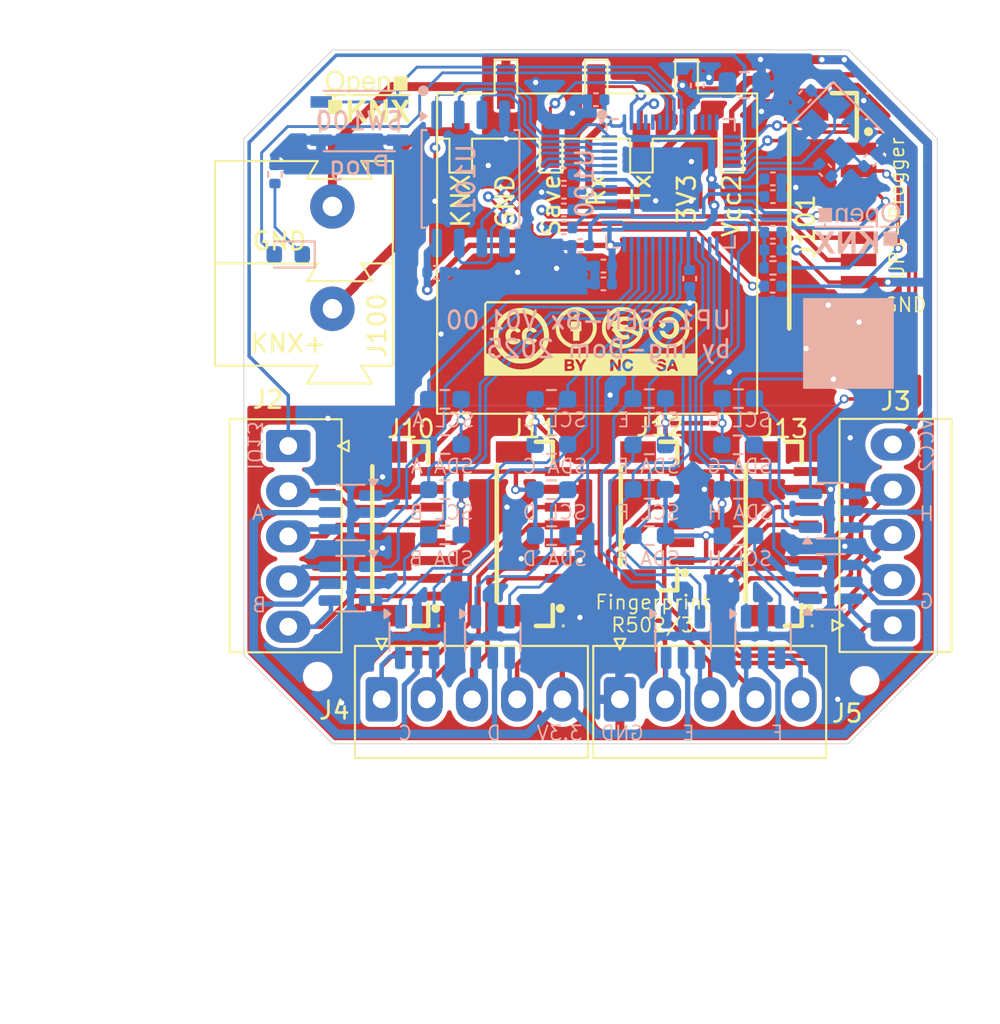
<source format=kicad_pcb>
(kicad_pcb (version 20240108) (generator "pcbnew") (generator_version "8.0")
  (title_block (date "2025-07-02") (rev "V01.00"))
  (layers (0 "F.Cu" signal) (31 "B.Cu" signal) (34 "B.Paste" user) (35 "F.Paste" user) (36 "B.SilkS" user "B.Silkscreen") (37 "F.SilkS" user "F.Silkscreen") (38 "B.Mask" user) (39 "F.Mask" user) (44 "Edge.Cuts" user))
  (net 0 "")
  (net 1 "GND")
  (net 2 "SDA1_B_P")
  (net 3 "SCL1_B_P")
  (net 4 "SDA0_A_P")
  (net 5 "SCL0_A_P")
  (net 6 "SDA1_D_P")
  (net 7 "SCL1_D_P")
  (net 8 "SDA0_C_P")
  (net 9 "SCL0_C_P")
  (net 10 "SDA1_F_P")
  (net 11 "SCL1_F_P")
  (net 12 "SDA0_E_P")
  (net 13 "SCL0_E_P")
  (net 14 "SDA1_H_P")
  (net 15 "SCL1_H_P")
  (net 16 "SDA0_G_P")
  (net 17 "SCL0_G_P")
  (net 18 "VCC2")
  (net 19 "GPIO22")
  (net 20 "GPIO23")
  (net 21 "GPIO24")
  (net 22 "GPIO25")
  (net 23 "GPIO26")
  (net 24 "GPIO27")
  (net 25 "GPIO28")
  (net 26 "GPIO29")
  (net 27 "GPIO20")
  (net 28 "GPIO21")
  (net 29 "GPIO18")
  (net 30 "GPIO19")
  (net 31 "GPIO16")
  (net 32 "GPIO17")
  (net 33 "GPIO14")
  (net 34 "GPIO15")
  (net 35 "KNX+")
  (net 36 "D+")
  (net 37 "D-")
  (net 38 "SWCLK")
  (net 39 "SWDIO")
  (net 40 "/Controller/XIN")
  (net 41 "RUN")
  (net 42 "+1V1")
  (net 43 "/Controller/QSPI_SS")
  (net 44 "BOOTSEL")
  (net 45 "/Controller/XOUT")
  (net 46 "/Controller/QSPI_SD3")
  (net 47 "/Controller/QSPI_SCLK")
  (net 48 "/Controller/QSPI_SD0")
  (net 49 "/Controller/QSPI_SD2")
  (net 50 "/Controller/QSPI_SD1")
  (net 51 "/Controller/GPIO11")
  (net 52 "/Controller/GPIO10")
  (net 53 "/Controller/GPIO9")
  (net 54 "/Controller/GPIO8")
  (net 55 "/Controller/GPIO4")
  (net 56 "/Controller/GPIO3")
  (net 57 "/Controller/GPIO2")
  (net 58 "KNX_Tx")
  (net 59 "KNX_Rx")
  (net 60 "KNX_SAVE")
  (net 61 "PROGLED")
  (net 62 "PROGBTN")
  (net 63 "GPIO13")
  (net 64 "GPIO12")
  (net 65 "Net-(C101-Pad1)")
  (net 66 "+3.3V")
  (net 67 "Net-(U100-RUN)")
  (net 68 "Net-(D101-K)")
  (net 69 "Net-(U100-USB_DP)")
  (net 70 "Net-(U100-USB_DM)")
  (footprint "OpenKNX:KNX_Connector" (layer "F.Cu") (at 95.38138 113)
    (property "Reference" "J100")
    (property "Value" "KNX_Conn")
  )
  (footprint "EasyEDALib:CONN-SMD_8P-P1.25_ZX-MX1.25-8PLT_reversed" (layer "F.Cu") (at 123.097019 110.930968 -90)
    (property "Reference" "J101")
    (property "Value" "Conn_01x10")
  )
  (footprint "OpenKNX:NanoBCU_PinHeader_SMD_low_profile" (layer "F.Cu") (at 102.2 104.72 90)
    (property "Reference" "GN100")
    (property "Value" "OpenKNX NanoBCU")
  )
  (footprint "DomsKiCADLib:Cixi_Kefa_KF128-2.54-5p" (layer "F.Cu") (at 111.15 137.5)
    (property "Reference" "J5")
    (property "Value" "Conn_EF")
  )
  (footprint "DomsKiCADLib:Cixi_Kefa_KF128-2.54-5p" (layer "F.Cu") (at 97.75 137.5)
    (property "Reference" "J4")
    (property "Value" "Conn_CD")
  )
  (footprint "DomsKiCADLib:Cixi_Kefa_KF128-2.54-5p" (layer "F.Cu") (at 92.5 123.26 -90)
    (property "Reference" "J2")
    (property "Value" "Conn_AB")
  )
  (footprint "DomsKiCADLib:Cixi_Kefa_KF128-2.54-5p" (layer "F.Cu") (at 126.5 133.34 90)
    (property "Reference" "J3")
    (property "Value" "Conn_HG")
  )
  (footprint "OpenKNX:CC-BY-NY-SA_12x4" (layer "F.Cu") (at 109.5 117.2)
    (property "Reference" "G***")
    (property "Value" "LOGO" (hide yes))
  )
  (footprint "EasyEDALib:CONN-SMD_8P-P1.00_MEGASTAR_ZX-SH1.0-8PLT" (layer "F.Cu") (at 106.4 128.2 90)
    (property "Reference" "J11")
    (property "Value" "Conn_01x08")
  )
  (footprint "EasyEDALib:CONN-SMD_8P-P1.00_MEGASTAR_ZX-SH1.0-8PLT" (layer "F.Cu") (at 120.4 128.2 90)
    (property "Reference" "J13")
    (property "Value" "Conn_01x08")
  )
  (footprint "EasyEDALib:CONN-SMD_6P-P1.00_ZX-SH1.0-6PLT" (layer "F.Cu") (at 113.4 127.2 -90)
    (property "Reference" "J12")
    (property "Value" "Conn_R50x")
  )
  (footprint "EasyEDALib:CONN-SMD_8P-P1.00_MEGASTAR_ZX-SH1.0-8PLT" (layer "F.Cu") (at 99.4 128.2 90)
    (property "Reference" "J10")
    (property "Value" "Conn_01x08")
  )
  (footprint "OpenKNX:OpenKNX_Logo_6x6" (layer "F.Cu") (at 97 103.6)
    (property "Reference" "G***")
    (property "Value" "LOGO" (hide yes))
  )
  (footprint "Capacitor_SMD:C_0402_1005Metric" (layer "B.Cu") (at 100.8 113.5)
    (property "Reference" "C103")
    (property "Value" "100n")
  )
  (footprint "Capacitor_SMD:C_0402_1005Metric" (layer "B.Cu") (at 121.560589 103.619411 -135)
    (property "Reference" "C102")
    (property "Value" "33p")
  )
  (footprint "Capacitor_SMD:C_0402_1005Metric" (layer "B.Cu") (at 125.220589 107.199411 45)
    (property "Reference" "C101")
    (property "Value" "33p")
  )
  (footprint "Capacitor_SMD:C_0402_1005Metric" (layer "B.Cu") (at 119.75 111.25 180)
    (property "Reference" "C105")
    (property "Value" "220pF")
  )
  (footprint "Capacitor_SMD:C_0805_2012Metric" (layer "B.Cu") (at 118.15 102.98)
    (property "Reference" "C109")
    (property "Value" "10u")
  )
  (footprint "Capacitor_SMD:C_0402_1005Metric" (layer "B.Cu") (at 108 108 180)
    (property "Reference" "C132")
    (property "Value" "100n")
  )
  (footprint "Capacitor_SMD:C_0402_1005Metric" (layer "B.Cu") (at 108 109 180)
    (property "Reference" "C110")
    (property "Value" "100n")
  )
  (footprint "Capacitor_SMD:C_0402_1005Metric" (layer "B.Cu") (at 115.075 113.85 -90)
    (property "Reference" "C112")
    (property "Value" "100n")
  )
  (footprint "Capacitor_SMD:C_0402_1005Metric" (layer "B.Cu") (at 119.75 108.25)
    (property "Reference" "C113")
    (property "Value" "100n")
  )
  (footprint "Capacitor_SMD:C_0402_1005Metric" (layer "B.Cu") (at 115.5 103 90)
    (property "Reference" "C114")
    (property "Value" "100n")
  )
  (footprint "Capacitor_SMD:C_0402_1005Metric" (layer "B.Cu") (at 109.8 103.8 180)
    (property "Reference" "C115")
    (property "Value" "100n")
  )
  (footprint "Resistor_SMD:R_0402_1005Metric" (layer "B.Cu") (at 91.75 108 90)
    (property "Reference" "R101")
    (property "Value" "1k")
  )
  (footprint "Capacitor_SMD:C_0402_1005Metric" (layer "B.Cu") (at 119.74 114.28)
    (property "Reference" "R103")
    (property "Value" "1k")
  )
  (footprint "Capacitor_SMD:C_0402_1005Metric" (layer "B.Cu") (at 122.700589 107.760589 -45)
    (property "Reference" "R102")
    (property "Value" "1k")
  )
  (footprint "Capacitor_SMD:C_0402_1005Metric" (layer "B.Cu") (at 108 110)
    (property "Reference" "R107")
    (property "Value" "22")
  )
  (footprint "Capacitor_SMD:C_0402_1005Metric" (layer "B.Cu") (at 108 111)
    (property "Reference" "R108")
    (property "Value" "22")
  )
  (footprint "Capacitor_SMD:C_0402_1005Metric" (layer "B.Cu") (at 119.75 112.25)
    (property "Reference" "R105")
    (property "Value" "2k2")
  )
  (footprint "Package_DFN_QFN:QFN-56-1EP_7x7mm_P0.4mm_EP3.2x3.2mm" (layer "B.Cu") (at 114 108.5 -90)
    (property "Reference" "U100")
    (property "Value" "RP2040")
  )
  (footprint "Capacitor_SMD:C_0402_1005Metric" (layer "B.Cu") (at 119.75 109.25)
    (property "Reference" "C131")
    (property "Value" "100n")
  )
  (footprint "EasyEDAModLib:C455282_SW-SMD_4P-L4.2-W3.3-P2.15-LS5.1" (layer "B.Cu") (at 96.5 105)
    (property "Reference" "SW100")
    (property "Value" "Prog")
  )
  (footprint "Package_SO:SOIC-8_5.275x5.275mm_P1.27mm" (layer "B.Cu") (at 102.75 108.25 -90)
    (property "Reference" "U101")
    (property "Value" "W25Q128JVS")
  )
  (footprint "Crystal:Crystal_SMD_3225-4Pin_3.2x2.5mm" (layer "B.Cu") (at 123.400589 105.399411 -45)
    (property "Reference" "Y100")
    (property "Value" "12MHz")
  )
  (footprint "Capacitor_SMD:C_0402_1005Metric" (layer "B.Cu") (at 108.925 112 180)
    (property "Reference" "C130")
    (property "Value" "1u")
  )
  (footprint "LED_SMD:LED_0603_1608Metric" (layer "B.Cu") (at 92.5 112.5 180)
    (property "Reference" "D101")
    (property "Value" "LED")
  )
  (footprint "Capacitor_SMD:C_0402_1005Metric" (layer "B.Cu") (at 110.225 113.15 180)
    (property "Reference" "C120")
    (property "Value" "1u")
  )
  (footprint "Capacitor_SMD:C_0402_1005Metric" (layer "B.Cu") (at 110.225 114.15 180)
    (property "Reference" "C111")
    (property "Value" "100n")
  )
  (footprint "Resistor_SMD:R_0402_1005Metric" (layer "B.Cu") (at 119.76 113.25)
    (property "Reference" "R106")
    (property "Value" "220")
  )
  (footprint "Resistor_SMD:R_0603_1608Metric_Pad0.98x0.95mm_HandSolder" (layer "B.Cu") (at 101.3075 125.72 180)
    (property "Reference" "R14")
    (property "Value" "R")
  )
  (footprint "Resistor_SMD:R_0603_1608Metric_Pad0.98x0.95mm_HandSolder" (layer "B.Cu") (at 101.3075 123.18 180)
    (property "Reference" "R15")
    (property "Value" "R")
  )
  (footprint "Resistor_SMD:R_0603_1608Metric_Pad0.98x0.95mm_HandSolder" (layer "B.Cu") (at 101.3075 120.64 180)
    (property "Reference" "R16")
    (property "Value" "R")
  )
  (footprint "Resistor_SMD:R_0603_1608Metric_Pad0.98x0.95mm_HandSolder" (layer "B.Cu") (at 107.3125 128.3)
    (property "Reference" "R9")
    (property "Value" "R")
  )
  (footprint "Resistor_SMD:R_0603_1608Metric_Pad0.98x0.95mm_HandSolder" (layer "B.Cu") (at 112.8 120.6 180)
    (property "Reference" "R8")
    (property "Value" "R")
  )
  (footprint "Resistor_SMD:R_0603_1608Metric_Pad0.98x0.95mm_HandSolder" (layer "B.Cu") (at 112.8 128.3 180)
    (property "Reference" "R5")
    (property "Value" "R")
  )
  (footprint "Resistor_SMD:R_0603_1608Metric_Pad0.98x0.95mm_HandSolder" (layer "B.Cu") (at 117.8125 125.7)
    (property "Reference" "R3")
    (property "Value" "R")
  )
  (footprint "Resistor_SMD:R_0603_1608Metric_Pad0.98x0.95mm_HandSolder" (layer "B.Cu") (at 117.8125 120.6)
    (property "Reference" "R1")
    (property "Value" "R")
  )
  (footprint "Resistor_SMD:R_0603_1608Metric_Pad0.98x0.95mm_HandSolder" (layer "B.Cu") (at 117.8125 128.3)
    (property "Reference" "R4")
    (property "Value" "R")
  )
  (footprint "Resistor_SMD:R_0603_1608Metric_Pad0.98x0.95mm_HandSolder" (layer "B.Cu") (at 107.3 120.64)
    (property "Reference" "R12")
    (property "Value" "R")
  )
  (footprint "Resistor_SMD:R_0603_1608Metric_Pad0.98x0.95mm_HandSolder" (layer "B.Cu") (at 112.8 125.7 180)
    (property "Reference" "R6")
    (property "Value" "R")
  )
  (footprint "Resistor_SMD:R_0603_1608Metric_Pad0.98x0.95mm_HandSolder" (layer "B.Cu") (at 117.8 123.2)
    (property "Reference" "R2")
    (property "Value" "R")
  )
  (footprint "Resistor_SMD:R_0603_1608Metric_Pad0.98x0.95mm_HandSolder" (layer "B.Cu") (at 107.3 123.18)
    (property "Reference" "R11")
    (property "Value" "R")
  )
  (footprint "Resistor_SMD:R_0603_1608Metric_Pad0.98x0.95mm_HandSolder" (layer "B.Cu") (at 101.3075 128.26 180)
    (property "Reference" "R13")
    (property "Value" "R")
  )
  (footprint "Resistor_SMD:R_0603_1608Metric_Pad0.98x0.95mm_HandSolder" (layer "B.Cu") (at 107.3 125.72)
    (property "Reference" "R10")
    (property "Value" "R")
  )
  (footprint "Resistor_SMD:R_0603_1608Metric_Pad0.98x0.95mm_HandSolder" (layer "B.Cu") (at 112.8 123.2 180)
    (property "Reference" "R7")
    (property "Value" "R")
  )
  (footprint "Package_TO_SOT_SMD:SOT-23-6" (layer "B.Cu") (at 96 127 180)
    (property "Reference" "U1")
    (property "Value" "USBLC6-2SC6")
  )
  (footprint "Package_TO_SOT_SMD:SOT-23-6" (layer "B.Cu") (at 96 131 180)
    (property "Reference" "U2")
    (property "Value" "USBLC6-2SC6")
  )
  (footprint "Package_TO_SOT_SMD:SOT-23-6" (layer "B.Cu") (at 99.75 134 -90)
    (property "Reference" "U3")
    (property "Value" "USBLC6-2SC6")
  )
  (footprint "Package_TO_SOT_SMD:SOT-23-6" (layer "B.Cu") (at 104 134 -90)
    (property "Reference" "U4")
    (property "Value" "USBLC6-2SC6")
  )
  (footprint "Package_TO_SOT_SMD:SOT-23-6" (layer "B.Cu") (at 114.7 134 -90)
    (property "Reference" "U5")
    (property "Value" "USBLC6-2SC6")
  )
  (footprint "Package_TO_SOT_SMD:SOT-23-6" (layer "B.Cu") (at 119.2 134 -90)
    (property "Reference" "U6")
    (property "Value" "USBLC6-2SC6")
  )
  (footprint "Package_TO_SOT_SMD:SOT-23-6" (layer "B.Cu") (at 123 130.9)
    (property "Reference" "U7")
    (property "Value" "USBLC6-2SC6")
  )
  (footprint "Package_TO_SOT_SMD:SOT-23-6" (layer "B.Cu") (at 123 126.9)
    (property "Reference" "U8")
    (property "Value" "USBLC6-2SC6")
  )
  (footprint "OpenKNX:OpenKNX_Logo_6x6" (layer "B.Cu") (at 124.5 111 180)
    (property "Reference" "G***")
    (property "Value" "LOGO" (hide yes))
  )
  (gr_circle (center 100.1 103.3) (end 100.25 103.3) (stroke (width 0.3)) (fill none) (layer "B.SilkS"))
  (gr_circle (center 110.15 104.65) (end 110.3 104.65) (stroke (width 0.3)) (fill none) (layer "B.SilkS"))
  (gr_rect (start 121.5 115) (end 126.5 120) (stroke (width 0.1)) (fill solid) (layer "B.SilkS"))
  (gr_line (start 90 118.6) (end 90 106) (stroke (width 0.05)) (layer "Edge.Cuts"))
  (gr_line (start 112.5 101) (end 124 101) (stroke (width 0.05)) (layer "Edge.Cuts"))
  (gr_line (start 129 135) (end 124 140) (stroke (width 0.05)) (layer "Edge.Cuts"))
  (gr_line (start 90 118.6) (end 90 135) (stroke (width 0.05)) (layer "Edge.Cuts"))
  (gr_line (start 129 126) (end 129 135) (stroke (width 0.05)) (layer "Edge.Cuts"))
  (gr_line (start 129 120.4) (end 129 126) (stroke (width 0.05)) (layer "Edge.Cuts"))
  (gr_line (start 106 140) (end 124 140) (stroke (width 0.05)) (layer "Edge.Cuts"))
  (gr_line (start 95 140) (end 90 135) (stroke (width 0.05)) (layer "Edge.Cuts"))
  (gr_line (start 95 140) (end 106 140) (stroke (width 0.05)) (layer "Edge.Cuts"))
  (gr_line (start 95 101) (end 112.5 101) (stroke (width 0.05)) (layer "Edge.Cuts"))
  (gr_line (start 129 106) (end 129 120.4) (stroke (width 0.05)) (layer "Edge.Cuts"))
  (gr_line (start 95 101) (end 90 106) (stroke (width 0.05)) (layer "Edge.Cuts"))
  (gr_line (start 124 101) (end 129 106) (stroke (width 0.05)) (layer "Edge.Cuts"))
  (gr_text "SDA H" (at 116 127 0) (layer "B.SilkS") (effects (font (size 0.8 0.8) (thickness 0.1)) (justify right mirror)))
  (gr_text "SDA G" (at 116 124.4 0) (layer "B.SilkS") (effects (font (size 0.8 0.8) (thickness 0.1)) (justify right mirror)))
  (gr_text "SCL H" (at 116 129.6 0) (layer "B.SilkS") (effects (font (size 0.8 0.8) (thickness 0.1)) (justify right mirror)))
  (gr_text "SCL G" (at 116 121.8 0) (layer "B.SilkS") (effects (font (size 0.8 0.8) (thickness 0.1)) (justify right mirror)))
  (gr_text "SCL B" (at 103 127 0) (layer "B.SilkS") (effects (font (size 0.8 0.8) (thickness 0.1)) (justify left mirror)))
  (gr_text "SDA B" (at 103 129.6 0) (layer "B.SilkS") (effects (font (size 0.8 0.8) (thickness 0.1)) (justify left mirror)))
  (gr_text "SCL A" (at 103.047619 121.8 0) (layer "B.SilkS") (effects (font (size 0.8 0.8) (thickness 0.1)) (justify left mirror)))
  (gr_text "SDA A" (at 103 124.4 0) (layer "B.SilkS") (effects (font (size 0.8 0.8) (thickness 0.1)) (justify left mirror)))
  (gr_text "SCL C" (at 105.6 121.8 0) (layer "B.SilkS") (effects (font (size 0.8 0.8) (thickness 0.1)) (justify right mirror)))
  (gr_text "SDA C" (at 105.6 124.4 0) (layer "B.SilkS") (effects (font (size 0.8 0.8) (thickness 0.1)) (justify right mirror)))
  (gr_text "SCL D" (at 105.6 127 0) (layer "B.SilkS") (effects (font (size 0.8 0.8) (thickness 0.1)) (justify right mirror)))
  (gr_text "SDA D" (at 105.6 129.6 0) (layer "B.SilkS") (effects (font (size 0.8 0.8) (thickness 0.1)) (justify right mirror)))
  (gr_text "SDA E" (at 114.6 124.4 0) (layer "B.SilkS") (effects (font (size 0.8 0.8) (thickness 0.1)) (justify left mirror)))
  (gr_text "SCL E" (at 114.6 121.8 0) (layer "B.SilkS") (effects (font (size 0.8 0.8) (thickness 0.1)) (justify left mirror)))
  (gr_text "SDA F" (at 114.6 129.6 0) (layer "B.SilkS") (effects (font (size 0.8 0.8) (thickness 0.1)) (justify left mirror)))
  (gr_text "SCL F" (at 114.6 127 0) (layer "B.SilkS") (effects (font (size 0.8 0.8) (thickness 0.1)) (justify left mirror)))
  (gr_text "VCC2" (at 128.4 124.8 90) (layer "B.SilkS") (effects (font (size 0.8 0.8) (thickness 0.1)) (justify right mirror)))
  (gr_text "E" (at 115 139.4 0) (layer "B.SilkS") (effects (font (size 0.8 0.8) (thickness 0.1)) (justify mirror)))
  (gr_text "GND" (at 110 139.4 0) (layer "B.SilkS") (effects (font (size 0.8 0.8) (thickness 0.1)) (justify right mirror)))
  (gr_text "B" (at 90.4 132.2 0) (layer "B.SilkS") (effects (font (size 0.8 0.8) (thickness 0.1)) (justify right mirror)))
  (gr_text "3.3V" (at 106.4 139.4 0) (layer "B.SilkS") (effects (font (size 0.8 0.8) (thickness 0.1)) (justify right mirror)))
  (gr_text "H" (at 128.4 127 180) (layer "B.SilkS") (effects (font (size 0.8 0.8) (thickness 0.1)) (justify mirror)))
  (gr_text "D" (at 103.6 139.4 0) (layer "B.SilkS") (effects (font (size 0.8 0.8) (thickness 0.1)) (justify right mirror)))
  (gr_text "A" (at 90.4 127 0) (layer "B.SilkS") (effects (font (size 0.8 0.8) (thickness 0.1)) (justify right mirror)))
  (gr_text "IO13" (at 90.6 121.8 -90) (layer "B.SilkS") (effects (font (size 0.8 0.8) (thickness 0.1)) (justify right mirror)))
  (gr_text "UP1-SEN-8x V01.00\nby Ing-Dom 2025" (at 117.5 117 -0) (layer "B.SilkS") (effects (font (size 1 1)) (justify left mirror)))
  (gr_text "F" (at 120 139.4 0) (layer "B.SilkS") (effects (font (size 0.8 0.8) (thickness 0.1)) (justify mirror)))
  (gr_text "C" (at 98.6 139.4 0) (layer "B.SilkS") (effects (font (size 0.8 0.8) (thickness 0.1)) (justify right mirror)))
  (gr_text "G" (at 128.4 132 0) (layer "B.SilkS") (effects (font (size 0.8 0.8) (thickness 0.1)) (justify mirror)))
  (gr_text "UP1-Progger" (at 127.2 114 90) (layer "F.SilkS") (effects (font (size 0.8 0.8) (thickness 0.1)) (justify left bottom)))
  (gr_text "Fingerprint\nR502/3" (at 113 133.8 0) (layer "F.SilkS") (effects (font (size 0.8 0.8) (thickness 0.1)) (justify bottom)))
  (gr_text "GND" (at 125.9 115.8 0) (layer "F.SilkS") (effects (font (size 0.8 0.8) (thickness 0.1)) (justify left bottom)))
  (segment (start 104.74 103.065) (end 98.335 103.065) (width 0.5) (layer "F.Cu") (net 1))
  (segment (start 94.98138 106.41862) (end 94.98138 109.8) (width 0.5) (layer "F.Cu") (net 1))
  (segment (start 98.335 103.065) (end 94.98138 106.41862) (width 0.5) (layer "F.Cu") (net 1))
  (via (at 106.41 102.83) (size 0.6) (drill 0.3) (layers "F.Cu" "B.Cu") (net 1))
  (via (at 101.09 116.97) (size 0.5) (drill 0.3) (layers "F.Cu" "B.Cu") (net 1))
  (via (at 119.11 104.46) (size 0.5) (drill 0.3) (layers "F.Cu" "B.Cu") (net 1))
  (via (at 106.75 109) (size 0.6) (drill 0.3) (layers "F.Cu" "B.Cu") (net 1))
  (via (at 116.16 102.55) (size 0.6) (drill 0.3) (layers "F.Cu" "B.Cu") (net 1))
  (via (at 105.4 113.5) (size 0.6) (drill 0.3) (layers "F.Cu" "B.Cu") (net 1))
  (via (at 121.622038 117.786061) (size 0.5) (drill 0.3) (layers "F.Cu" "B.Cu") (net 1))
  (via (at 115.17 107.28) (size 0.5) (drill 0.3) (layers "F.Cu" "B.Cu") (net 1))
  (via (at 95.5 137.7) (size 0.5) (drill 0.3) (layers "F.Cu" "B.Cu") (net 1))
  (via (at 124.1 122.8) (size 0.5) (drill 0.3) (layers "F.Cu" "B.Cu") (net 1))
  (via (at 97.8 125) (size 0.5) (drill 0.3) (layers "F.Cu" "B.Cu") (net 1))
  (via (at 97.8 129) (size 0.5) (drill 0.3) (layers "F.Cu" "B.Cu") (net 1))
  (via (at 123.8 128.9) (size 0.5) (drill 0.3) (layers "F.Cu" "B.Cu") (net 1))
  (via (at 113.16 109.48) (size 0.5) (drill 0.3) (layers "F.Cu" "B.Cu") (net 1))
  (via (at 94.73 121.71) (size 0.5) (drill 0.3) (layers "F.Cu" "B.Cu") (net 1))
  (via (at 122.87 115.34) (size 0.5) (drill 0.3) (layers "F.Cu" "B.Cu") (net 1))
  (via (at 115.9 125.7) (size 0.5) (drill 0.3) (layers "F.Cu" "B.Cu") (net 1))
  (via (at 117.4 130.8) (size 0.5) (drill 0.3) (layers "F.Cu" "B.Cu") (net 1))
  (via (at 108.48 104.56) (size 0.5) (drill 0.3) (layers "F.Cu" "B.Cu") (net 1))
  (via (at 123 125.7) (size 0.5) (drill 0.3) (layers "F.Cu" "B.Cu") (net 1))
  (via (at 115.15 109.5) (size 0.5) (drill 0.3) (layers "F.Cu" "B.Cu") (net 1))
  (via (at 115.075 115.225) (size 0.6) (drill 0.3) (layers "F.Cu" "B.Cu") (net 1))
  (via (at 124.6 116.3) (size 0.5) (drill 0.3) (layers "F.Cu" "B.Cu") (net 1))
  (via (at 123.4 137.5) (size 0.5) (drill 0.3) (layers "F.Cu" "B.Cu") (net 1))
  (via (at 117.3 119.1) (size 0.5) (drill 0.3) (layers "F.Cu" "B.Cu") (net 1))
  (via (at 104.75 106) (size 0.6) (drill 0.3) (layers "F.Cu" "B.Cu") (net 1))
  (via (at 107.59 113.28) (size 0.6) (drill 0.3) (layers "F.Cu" "B.Cu") (net 1))
  (via (at 108.9 129.7) (size 0.5) (drill 0.3) (layers "F.Cu" "B.Cu") (net 1))
  (via (at 110.6 120.4) (size 0.5) (drill 0.3) (layers "F.Cu" "B.Cu") (net 1))
  (via (at 124.86 103.85) (size 0.5) (drill 0.3) (layers "F.Cu" "B.Cu") (net 1))
  (via (at 104.8 126.7) (size 0.5) (drill 0.3) (layers "F.Cu" "B.Cu") (net 1))
  (via (at 100.75 109.5) (size 0.6) (drill 0.3) (layers "F.Cu" "B.Cu") (net 1))
  (via (at 121.04 108.73) (size 0.6) (drill 0.3) (layers "F.Cu" "B.Cu") (net 1))
  (via (at 103.75 107.5) (size 0.6) (drill 0.3) (layers "F.Cu" "B.Cu") (net 1))
  (via (at 108.9 132.9) (size 0.5) (drill 0.3) (layers "F.Cu" "B.Cu") (net 1))
  (via (at 105.6 129.6) (size 0.5) (drill 0.3) (layers "F.Cu" "B.Cu") (net 1))
  (via (at 119.06 101.54) (size 0.5) (drill 0.3) (layers "F.Cu" "B.Cu") (net 1))
  (segment (start 120.194395 107.04997) (end 122.021731 105.222634) (width 0.16) (layer "B.Cu") (net 1))
  (segment (start 94.15 106.075) (end 95.11 106.075) (width 0.16) (layer "B.Cu") (net 1))
  (segment (start 96 131.17) (end 96 131.2) (width 0.4) (layer "B.Cu") (net 1))
  (segment (start 122.83 126.9) (end 123 127.07) (width 0.4) (layer "B.Cu") (net 1))
  (segment (start 104.1 134) (end 109.2 134) (width 0.4) (layer "B.Cu") (net 1))
  (segment (start 97.1 131) (end 96.17 131) (width 0.4) (layer "B.Cu") (net 1))
  (segment (start 99.75 133.83) (end 99.9 133.98) (width 0.4) (layer "B.Cu") (net 1))
  (segment (start 114.7 132.9) (end 114.7 133.83) (width 0.4) (layer "B.Cu") (net 1))
  (segment (start 111.15 135.95) (end 111.15 137.5) (width 0.4) (layer "B.Cu") (net 1))
  (segment (start 99.9 133.98) (end 99.9 134) (width 0.4) (layer "B.Cu") (net 1))
  (segment (start 119.2 132.9) (end 119.2 133.83) (width 0.4) (layer "B.Cu") (net 1))
  (segment (start 97.1 127) (end 96.546998 127) (width 0.4) (layer "B.Cu") (net 1))
  (segment (start 94.15 106.76) (end 94.15 106.075) (width 0.16) (layer "B.Cu") (net 1))
  (segment (start 120.235 108.25) (end 120.56 108.25) (width 0.25) (layer "B.Cu") (net 1))
  (segment (start 107.515 109) (end 107.515 108) (width 0.4) (layer "B.Cu") (net 1))
  (segment (start 114.7 133.83) (end 114.77 133.9) (width 0.4) (layer "B.Cu") (net 1))
  (segment (start 122.93 131) (end 123 131) (width 0.4) (layer "B.Cu") (net 1))
  (segment (start 104 132.9) (end 104 133.83) (width 0.4) (layer "B.Cu") (net 1))
  (segment (start 118.241854 107.5) (end 118.691884 107.04997) (width 0.16) (layer "B.Cu") (net 1))
  (segment (start 113.4 133.9) (end 111.15 136.15) (width 0.4) (layer "B.Cu") (net 1))
  (segment (start 123 127.07) (end 123 131) (width 0.4) (layer "B.Cu") (net 1))
  (segment (start 91.75 107.515) (end 93.395 107.515) (width 0.16) (layer "B.Cu") (net 1))
  (segment (start 96 127.546998) (end 96 131.2) (width 0.4) (layer "B.Cu") (net 1))
  (segment (start 95.11 106.075) (end 98.85 106.075) (width 0.16) (layer "B.Cu") (net 1))
  (segment (start 109.2 134) (end 111.15 135.95) (width 0.4) (layer "B.Cu") (net 1))
  (segment (start 120.52 109.25) (end 121.04 108.73) (width 0.25) (layer "B.Cu") (net 1))
  (segment (start 104 133.83) (end 104.1 133.93) (width 0.4) (layer "B.Cu") (net 1))
  (segment (start 121.9 126.9) (end 122.83 126.9) (width 0.4) (layer "B.Cu") (net 1))
  (segment (start 96.546998 127) (end 96 127.546998) (width 0.4) (layer "B.Cu") (net 1))
  (segment (start 121.353002 133.9) (end 119.1 133.9) (width 0.4) (layer "B.Cu") (net 1))
  (segment (start 123 131) (end 123 132.253002) (width 0.4) (layer "B.Cu") (net 1))
  (segment (start 104.1 133.93) (end 104.1 134) (width 0.4) (layer "B.Cu") (net 1))
  (segment (start 119.13 133.9) (end 119.1 133.9) (width 0.4) (layer "B.Cu") (net 1))
  (segment (start 99.9 134) (end 104.1 134) (width 0.4) (layer "B.Cu") (net 1))
  (segment (start 111.15 137.5) (end 111.15 136.15) (width 0.4) (layer "B.Cu") (net 1))
  (segment (start 118.691884 107.04997) (end 120.194395 107.04997) (width 0.16) (layer "B.Cu") (net 1))
  (segment (start 123 125.7) (end 123 125.4) (width 0.4) (layer "B.Cu") (net 1))
  (segment (start 106.75 109) (end 107.515 109) (width 0.4) (layer "B.Cu") (net 1))
  (segment (start 123 127.07) (end 123 125.7) (width 0.4) (layer "B.Cu") (net 1))
  (segment (start 93.395 107.515) (end 94.15 106.76) (width 0.16) (layer "B.Cu") (net 1))
  (segment (start 97.646998 134) (end 99.9 134) (width 0.4) (layer "B.Cu") (net 1))
  (segment (start 119.1 133.9) (end 114.8 133.9) (width 0.4) (layer "B.Cu") (net 1))
  (segment (start 99.75 132.9) (end 99.75 133.83) (width 0.4) (layer "B.Cu") (net 1))
  (segment (start 114.8 133.9) (end 113.4 133.9) (width 0.4) (layer "B.Cu") (net 1))
  (segment (start 96 132.353002) (end 97.646998 134) (width 0.4) (layer "B.Cu") (net 1))
  (segment (start 122.83 130.9) (end 122.93 131) (width 0.4) (layer "B.Cu") (net 1))
  (segment (start 96.17 131) (end 96 131.17) (width 0.4) (layer "B.Cu") (net 1))
  (segment (start 117.4375 107.5) (end 118.241854 107.5) (width 0.16) (layer "B.Cu") (net 1))
  (segment (start 96 131.2) (end 96 132.353002) (width 0.4) (layer "B.Cu") (net 1))
  (segment (start 120.235 109.25) (end 120.235 108.25) (width 0.2) (layer "B.Cu") (net 1))
  (segment (start 121.9 130.9) (end 122.83 130.9) (width 0.4) (layer "B.Cu") (net 1))
  (segment (start 123 132.253002) (end 121.353002 133.9) (width 0.4) (layer "B.Cu") (net 1))
  (segment (start 115.075 114.335) (end 115.075 115.225) (width 0.3) (layer "B.Cu") (net 1))
  (segment (start 120.235 109.25) (end 120.52 109.25) (width 0.25) (layer "B.Cu") (net 1))
  (segment (start 119.2 133.83) (end 119.13 133.9) (width 0.4) (layer "B.Cu") (net 1))
  (segment (start 120.56 108.25) (end 121.04 108.73) (width 0.25) (layer "B.Cu") (net 1))
  (segment (start 114.77 133.9) (end 114.8 133.9) (width 0.4) (layer "B.Cu") (net 1))
  (segment (start 100.625044 131.699873) (end 96.100127 131.699873) (width 0.25) (layer "F.Cu") (net 2))
  (segment (start 96.100127 131.699873) (end 94.38 133.42) (width 0.25) (layer "F.Cu") (net 2))
  (segment (start 94.38 133.42) (end 92.5 133.42) (width 0.25) (layer "F.Cu") (net 2))
  (segment (start 94 133.42) (end 92.5 133.42) (width 0.25) (layer "B.Cu") (net 2))
  (segment (start 94.9 132.525) (end 94.005 133.42) (width 0.25) (layer "B.Cu") (net 2))
  (segment (start 94.005 133.42) (end 94 133.42) (width 0.25) (layer "B.Cu") (net 2))
  (segment (start 94.9 131.95) (end 94.9 132.525) (width 0.25) (layer "B.Cu") (net 2))
  (segment (start 92.680127 130.699873) (end 92.5 130.88) (width 0.25) (layer "F.Cu") (net 3))
  (segment (start 92.550127 130.829873) (end 92.5 130.88) (width 0.25) (layer "F.Cu") (net 3))
  (segment (start 93.22 130.16) (end 92.5 130.88) (width 0.25) (layer "F.Cu") (net 3))
  (segment (start 100.625044 130.699873) (end 92.680127 130.699873) (width 0.25) (layer "F.Cu") (net 3))
  (segment (start 94.9 130.05) (end 93.33 130.05) (width 0.25) (layer "B.Cu") (net 3))
  (segment (start 93.33 130.05) (end 92.5 130.88) (width 0.25) (layer "B.Cu") (net 3))
  (segment (start 100.625044 127.700127) (end 95.249873 127.700127) (width 0.25) (layer "F.Cu") (net 4))
  (segment (start 92.68 128.16) (end 92.5 128.34) (width 0.25) (layer "F.Cu") (net 4))
  (segment (start 94.61 128.34) (end 92.5 128.34) (width 0.25) (layer "F.Cu") (net 4))
  (segment (start 95.249873 127.700127) (end 94.61 128.34) (width 0.25) (layer "F.Cu") (net 4))
  (segment (start 94.9 127.95) (end 92.89 127.95) (width 0.25) (layer "B.Cu") (net 4))
  (segment (start 92.89 127.95) (end 92.5 128.34) (width 0.25) (layer "B.Cu") (net 4))
  (segment (start 95.385063 126.114937) (end 95.970253 126.700127) (width 0.25) (layer "F.Cu") (net 5))
  (segment (start 92.86 126.16) (end 92.5 125.8) (width 0.25) (layer "F.Cu") (net 5))
  (segment (start 95.070127 125.8) (end 95.385063 126.114937) (width 0.25) (layer "F.Cu") (net 5))
  (segment (start 95.970253 126.700127) (end 100.625044 126.700127) (width 0.25) (layer "F.Cu") (net 5))
  (segment (start 92.5 125.8) (end 95.070127 125.8) (width 0.25) (layer "F.Cu") (net 5))
  (segment (start 92.75 126.05) (end 92.5 125.8) (width 0.25) (layer "B.Cu") (net 5))
  (segment (start 94.9 126.05) (end 92.75 126.05) (width 0.25) (layer "B.Cu") (net 5))
  (segment (start 107.625044 133.274956) (end 107.625044 131.699873) (width 0.25) (layer "F.Cu") (net 6))
  (segment (start 105.37 137.5) (end 105.37 135.53) (width 0.25) (layer "F.Cu") (net 6))
  (segment (start 105.37 135.53) (end 107.625044 133.274956) (width 0.25) (layer "F.Cu") (net 6))
  (segment (start 104.95 137.08) (end 105.37 137.5) (width 0.25) (layer "B.Cu") (net 6))
  (segment (start 104.95 135.1) (end 104.95 137.08) (width 0.25) (layer "B.Cu") (net 6))
  (segment (start 103.7 131.8) (end 103.7 134.93) (width 0.25) (layer "F.Cu") (net 7))
  (segment (start 104.800127 130.699873) (end 103.7 131.8) (width 0.25) (layer "F.Cu") (net 7))
  (segment (start 103.7 134.93) (end 102.83 135.8) (width 0.25) (layer "F.Cu") (net 7))
  (segment (start 107.625044 130.699873) (end 104.800127 130.699873) (width 0.25) (layer "F.Cu") (net 7))
  (segment (start 102.83 135.8) (end 102.83 137.5) (width 0.25) (layer "F.Cu") (net 7))
  (segment (start 103.05 137.28) (end 102.83 137.5) (width 0.25) (layer "B.Cu") (net 7))
  (segment (start 103.05 135.1) (end 103.05 137.28) (width 0.25) (layer "B.Cu") (net 7))
  (segment (start 100.29 136.71) (end 100.29 137.5) (width 0.25) (layer "F.Cu") (net 8))
  (segment (start 107.625044 127.700127) (end 106.099873 127.700127) (width 0.25) (layer "F.Cu") (net 8))
  (segment (start 103.2 130.6) (end 103.2 133.8) (width 0.25) (layer "F.Cu") (net 8))
  (segment (start 106.099873 127.700127) (end 103.2 130.6) (width 0.25) (layer "F.Cu") (net 8))
  (segment (start 103.2 133.8) (end 100.29 136.71) (width 0.25) (layer "F.Cu") (net 8))
  (segment (start 100.7 135.1) (end 100.7 137.09) (width 0.25) (layer "B.Cu") (net 8))
  (segment (start 100.7 137.09) (end 100.29 137.5) (width 0.25) (layer "B.Cu") (net 8))
  (segment (start 102.7 130.520172) (end 102.7 133.2) (width 0.25) (layer "F.Cu") (net 9))
  (segment (start 102.7 133.2) (end 101 134.9) (width 0.25) (layer "F.Cu") (net 9))
  (segment (start 97.75 135.65) (end 97.75 137.5) (width 0.25) (layer "F.Cu") (net 9))
  (segment (start 98.5 134.9) (end 97.75 135.65) (width 0.25) (layer "F.Cu") (net 9))
  (segment (start 106.520045 126.700127) (end 102.7 130.520172) (width 0.25) (layer "F.Cu") (net 9))
  (segment (start 107.625044 126.700127) (end 106.520045 126.700127) (width 0.25) (layer "F.Cu") (net 9))
  (segment (start 101 134.9) (end 98.5 134.9) (width 0.25) (layer "F.Cu") (net 9))
  (segment (start 98.8 135.1) (end 98.225 135.1) (width 0.25) (layer "B.Cu") (net 9))
  (segment (start 98.225 135.1) (end 97.75 135.575) (width 0.25) (layer "B.Cu") (net 9))
  (segment (start 97.75 135.575) (end 97.75 137.5) (width 0.25) (layer "B.Cu") (net 9))
  (segment (start 121.31 135.685) (end 121.31 136) (width 0.25) (layer "B.Cu") (net 10))
  (segment (start 120.725 135.1) (end 121.31 135.685) (width 0.25) (layer "B.Cu") (net 10))
  (segment (start 121.31 136) (end 121.31 137.5) (width 0.25) (layer "B.Cu") (net 10))
  (segment (start 120.15 135.1) (end 120.725 135.1) (width 0.25) (layer "B.Cu") (net 10))
  (segment (start 113.640044 128.859956) (end 113.640044 132.020044) (width 0.25) (layer "F.Cu") (net 11))
  (segment (start 118.77 137.15) (end 114.66 133.04) (width 0.25) (layer "F.Cu") (net 11))
  (segment (start 113.8 128.7) (end 113.640044 128.859956) (width 0.25) (layer "F.Cu") (net 11))
  (segment (start 114.62479 128.7) (end 113.8 128.7) (width 0.25) (layer "F.Cu") (net 11))
  (segment (start 118.77 137.5) (end 118.77 137.15) (width 0.25) (layer "F.Cu") (net 11))
  (segment (start 113.640044 132.020044) (end 114.66 133.04) (width 0.25) (layer "F.Cu") (net 11))
  (segment (start 118.25 136.98) (end 118.77 137.5) (width 0.25) (layer "B.Cu") (net 11))
  (segment (start 118.25 135.1) (end 118.25 136.98) (width 0.25) (layer "B.Cu") (net 11))
  (segment (start 114.62479 127.7) (end 112.7 127.7) (width 0.25) (layer "F.Cu") (net 12))
  (segment (start 110.889956 132.509784) (end 111.460172 133.08) (width 0.25) (layer "F.Cu") (net 12))
  (segment (start 113.87 133.08) (end 116.23 135.44) (width 0.25) (layer "F.Cu") (net 12))
  (segment (start 116.23 135.44) (end 116.23 137.5) (width 0.25) (layer "F.Cu") (net 12))
  (segment (start 110.889956 129.510044) (end 110.889956 132.509784) (width 0.25) (layer "F.Cu") (net 12))
  (segment (start 111.460172 133.08) (end 113.87 133.08) (width 0.25) (layer "F.Cu") (net 12))
  (segment (start 112.7 127.7) (end 110.889956 129.510044) (width 0.25) (layer "F.Cu") (net 12))
  (segment (start 115.65 135.1) (end 115.65 136.92) (width 0.25) (layer "B.Cu") (net 12))
  (segment (start 115.65 136.92) (end 116.23 137.5) (width 0.25) (layer "B.Cu") (net 12))
  (segment (start 114.62479 126.7) (end 113 126.7) (width 0.25) (layer "F.Cu") (net 13))
  (segment (start 110.479955 132.679611) (end 111.380344 133.58) (width 0.25) (layer "F.Cu") (net 13))
  (segment (start 113.69 134.22) (end 113.69 137.5) (width 0.25) (layer "F.Cu") (net 13))
  (segment (start 111.380344 133.58) (end 113.05 133.58) (width 0.25) (layer "F.Cu") (net 13))
  (segment (start 113.05 133.58) (end 113.69 134.22) (width 0.25) (layer "F.Cu") (net 13))
  (segment (start 113 126.7) (end 110.479955 129.220045) (width 0.25) (layer "F.Cu") (net 13))
  (segment (start 110.479955 129.220045) (end 110.479955 132.679611) (width 0.25) (layer "F.Cu") (net 13))
  (segment (start 113.75 137.44) (end 113.69 137.5) (width 0.25) (layer "B.Cu") (net 13))
  (segment (start 113.75 135.1) (end 113.75 137.44) (width 0.25) (layer "B.Cu") (net 13))
  (segment (start 121.625044 131.699873) (end 122.900127 131.699873) (width 0.25) (layer "F.Cu") (net 14))
  (segment (start 124.71 129.470172) (end 124.140086 130.040086) (width 0.25) (layer "F.Cu") (net 14))
  (segment (start 124.140086 130.459914) (end 124.140086 130.040086) (width 0.25) (layer "F.Cu") (net 14))
  (segment (start 124.71 127.51) (end 124.71 129.470172) (width 0.25) (layer "F.Cu") (net 14))
  (segment (start 122.900127 131.699873) (end 124.140086 130.459914) (width 0.25) (layer "F.Cu") (net 14))
  (segment (start 126.5 125.72) (end 124.71 127.51) (width 0.25) (layer "F.Cu") (net 14))
  (segment (start 126.27 125.95) (end 126.5 125.72) (width 0.25) (layer "B.Cu") (net 14))
  (segment (start 124.1 125.95) (end 126.27 125.95) (width 0.25) (layer "B.Cu") (net 14))
  (segment (start 126.15 128.26) (end 126.5 128.26) (width 0.25) (layer "F.Cu") (net 15))
  (segment (start 117.179742 132.020258) (end 118.500127 130.699873) (width 0.25) (layer "F.Cu") (net 15))
  (segment (start 126.5 128.26) (end 124.6 130.16) (width 0.25) (layer "F.Cu") (net 15))
  (segment (start 117.999484 134.64) (end 117.179742 133.820258) (width 0.25) (layer "F.Cu") (net 15))
  (segment (start 121.13 134.64) (end 117.999484 134.64) (width 0.25) (layer "F.Cu") (net 15))
  (segment (start 117.179742 133.820258) (end 117.179742 132.020258) (width 0.25) (layer "F.Cu") (net 15))
  (segment (start 124.6 130.16) (end 124.6 131.17) (width 0.25) (layer "F.Cu") (net 15))
  (segment (start 126.2 127.96) (end 126.5 128.26) (width 0.25) (layer "F.Cu") (net 15))
  (segment (start 124.6 131.17) (end 121.13 134.64) (width 0.25) (layer "F.Cu") (net 15))
  (segment (start 118.500127 130.699873) (end 121.625044 130.699873) (width 0.25) (layer "F.Cu") (net 15))
  (segment (start 124.1 127.85) (end 126.09 127.85) (width 0.25) (layer "B.Cu") (net 15))
  (segment (start 126.09 127.85) (end 126.5 128.26) (width 0.25) (layer "B.Cu") (net 15))
  (segment (start 117.829656 135.05) (end 121.3 135.05) (width 0.25) (layer "F.Cu") (net 16))
  (segment (start 121.58 135.05) (end 121.3 135.05) (width 0.25) (layer "F.Cu") (net 16))
  (segment (start 116.769741 133.990085) (end 116.769741 130.430259) (width 0.25) (layer "F.Cu") (net 16))
  (segment (start 117.289828 134.510172) (end 117.829656 135.05) (width 0.25) (layer "F.Cu") (net 16))
  (segment (start 125.83 130.8) (end 121.58 135.05) (width 0.25) (layer "F.Cu") (net 16))
  (segment (start 117.289828 134.510172) (end 116.769741 133.990085) (width 0.25) (layer "F.Cu") (net 16))
  (segment (start 125.372686 130.8) (end 126.5 130.8) (width 0.25) (layer "F.Cu") (net 16))
  (segment (start 125.86 130.16) (end 126.5 130.8) (width 0.25) (layer "F.Cu") (net 16))
  (segment (start 126.5 130.8) (end 125.83 130.8) (width 0.25) (layer "F.Cu") (net 16))
  (segment (start 119.499873 127.700127) (end 121.625044 127.700127) (width 0.25) (layer "F.Cu") (net 16))
  (segment (start 116.769741 130.430259) (end 119.499873 127.700127) (width 0.25) (layer "F.Cu") (net 16))
  (segment (start 124.88 129.95) (end 125.73 130.8) (width 0.25) (layer "B.Cu") (net 16))
  (segment (start 125.73 130.8) (end 126.5 130.8) (width 0.25) (layer "B.Cu") (net 16))
  (segment (start 124.1 129.95) (end 124.88 129.95) (width 0.25) (layer "B.Cu") (net 16))
  (segment (start 125.05 133.34) (end 126.5 133.34) (width 0.25) (layer "F.Cu") (net 17))
  (segment (start 116.35974 130.260432) (end 119.920045 126.700127) (width 0.25) (layer "F.Cu") (net 17))
  (segment (start 119.920045 126.700127) (end 121.625044 126.700127) (width 0.25) (layer "F.Cu") (net 17))
  (segment (start 116.35974 134.159912) (end 116.35974 130.260432) (width 0.25) (layer "F.Cu") (net 17))
  (segment (start 117.659828 135.46) (end 122.93 135.46) (width 0.25) (layer "F.Cu") (net 17))
  (segment (start 122.93 135.46) (end 125.05 133.34) (width 0.25) (layer "F.Cu") (net 17))
  (segment (start 117.199914 135.000086) (end 117.659828 135.46) (width 0.25) (layer "F.Cu") (net 17))
  (segment (start 117.199914 135.000086) (end 116.35974 134.159912) (width 0.25) (layer "F.Cu") (net 17))
  (segment (start 125.15 133.34) (end 126.5 133.34) (width 0.25) (layer "B.Cu") (net 17))
  (segment (start 125.015 133.34) (end 125.15 133.34) (width 0.25) (layer "B.Cu") (net 17))
  (segment (start 124.1 132.425) (end 125.015 133.34) (width 0.25) (layer "B.Cu") (net 17))
  (segment (start 124.1 131.85) (end 124.1 132.425) (width 0.25) (layer "B.Cu") (net 17))
  (segment (start 128.55 106.186396) (end 124.763604 102.4) (width 0.3) (layer "F.Cu") (net 18))
  (segment (start 124.763604 102.4) (end 120.527913 102.4) (width 0.3) (layer "F.Cu") (net 18))
  (segment (start 120.527913 102.4) (end 119.612913 103.315) (width 0.3) (layer "F.Cu") (net 18))
  (segment (start 128.55 121.13) (end 128.55 106.186396) (width 0.3) (layer "F.Cu") (net 18))
  (segment (start 119.612913 103.315) (end 118.565 103.315) (width 0.3) (layer "F.Cu") (net 18))
  (segment (start 117.44 104.44) (end 117.44 106.375) (width 0.3) (layer "F.Cu") (net 18))
  (segment (start 126.5 123.18) (end 128.55 121.13) (width 0.3) (layer "F.Cu") (net 18))
  (segment (start 118.565 103.315) (end 117.44 104.44) (width 0.3) (layer "F.Cu") (net 18))
  (segment (start 105.4 131.2) (end 106.6 131.2) (width 0.16) (layer "B.Cu") (net 19))
  (segment (start 114.51499 114.89501) (end 109.9 119.51) (width 0.16) (layer "B.Cu") (net 19))
  (segment (start 104.95 131.65) (end 105.4 131.2) (width 0.16) (layer "B.Cu") (net 19))
  (segment (start 109.9 123.63625) (end 109.33625 124.2) (width 0.16) (layer "B.Cu") (net 19))
  (segment (start 109.33625 127.18875) (end 108.225 128.3) (width 0.16) (layer "B.Cu") (net 19))
  (segment (start 114.6 111.9375) (end 114.6 112.971978) (width 0.16) (layer "B.Cu") (net 19))
  (segment (start 114.51499 113.056988) (end 114.51499 114.89501) (width 0.16) (layer "B.Cu") (net 19))
  (segment (start 106.6 131.2) (end 108.225 129.575) (width 0.16) (layer "B.Cu") (net 19))
  (segment (start 109.9 119.51) (end 109.9 123.63625) (width 0.16) (layer "B.Cu") (net 19))
  (segment (start 109.33625 124.2) (end 109.33625 127.18875) (width 0.16) (layer "B.Cu") (net 19))
  (segment (start 104.95 132.8625) (end 104.95 131.65) (width 0.16) (layer "B.Cu") (net 19))
  (segment (start 114.6 112.971978) (end 114.51499 113.056988) (width 0.16) (layer "B.Cu") (net 19))
  (segment (start 108.225 129.575) (end 108.225 128.3) (width 0.16) (layer "B.Cu") (net 19))
  (segment (start 103.05 131.25) (end 103.05 132.8625) (width 0.16) (layer "B.Cu") (net 20))
  (segment (start 114.19498 114.762458) (end 109.58 119.377438) (width 0.16) (layer "B.Cu") (net 20))
  (segment (start 107.3 126.6325) (end 107.3 129.2) (width 0.16) (layer "B.Cu") (net 20))
  (segment (start 107.3 129.2) (end 105.9 130.6) (width 0.16) (layer "B.Cu") (net 20))
  (segment (start 103.7 130.6) (end 103.05 131.25) (width 0.16) (layer "B.Cu") (net 20))
  (segment (start 108.2125 125.72) (end 107.3 126.6325) (width 0.16) (layer "B.Cu") (net 20))
  (segment (start 114.2 111.9375) (end 114.2 112.919416) (width 0.16) (layer "B.Cu") (net 20))
  (segment (start 114.2 112.919416) (end 114.19498 112.924436) (width 0.16) (layer "B.Cu") (net 20))
  (segment (start 109.01625 123.88375) (end 109.01625 124.91625) (width 0.16) (layer "B.Cu") (net 20))
  (segment (start 109.58 123.32) (end 109.01625 123.88375) (width 0.16) (layer "B.Cu") (net 20))
  (segment (start 109.58 119.377438) (end 109.58 123.32) (width 0.16) (layer "B.Cu") (net 20))
  (segment (start 105.9 130.6) (end 103.7 130.6) (width 0.16) (layer "B.Cu") (net 20))
  (segment (start 109.01625 124.91625) (end 108.2125 125.72) (width 0.16) (layer "B.Cu") (net 20))
  (segment (start 114.19498 112.924436) (end 114.19498 114.762458) (width 0.16) (layer "B.Cu") (net 20))
  (segment (start 102.68 130.48) (end 101.46 130.48) (width 0.16) (layer "B.Cu") (net 21))
  (segment (start 113.8 114.704876) (end 113.8 111.9375) (width 0.16) (layer "B.Cu") (net 21))
  (segment (start 104.17 125.39) (end 104.17 128.99) (width 0.16) (layer "B.Cu") (net 21))
  (segment (start 108.2125 123.5075) (end 107.12 124.6) (width 0.16) (layer "B.Cu") (net 21))
  (segment (start 108.2125 123.18) (end 109.26 122.1325) (width 0.16) (layer "B.Cu") (net 21))
  (segment (start 109.26 122.1325) (end 109.26 119.244876) (width 0.16) (layer "B.Cu") (net 21))
  (segment (start 101.46 130.48) (end 100.7 131.24) (width 0.16) (layer "B.Cu") (net 21))
  (segment (start 104.17 128.99) (end 102.68 130.48) (width 0.16) (layer "B.Cu") (net 21))
  (segment (start 109.26 119.244876) (end 113.8 114.704876) (width 0.16) (layer "B.Cu") (net 21))
  (segment (start 107.12 124.6) (end 104.96 124.6) (width 0.16) (layer "B.Cu") (net 21))
  (segment (start 104.96 124.6) (end 104.17 125.39) (width 0.16) (layer "B.Cu") (net 21))
  (segment (start 108.2125 123.18) (end 108.2125 123.5075) (width 0.16) (layer "B.Cu") (net 21))
  (segment (start 100.7 131.24) (end 100.7 132.8625) (width 0.16) (layer "B.Cu") (net 21))
  (segment (start 107.3 121.5525) (end 107.3 123.94) (width 0.16) (layer "B.Cu") (net 22))
  (segment (start 113.4 114.652314) (end 108.2125 119.839814) (width 0.16) (layer "B.Cu") (net 22))
  (segment (start 98.8 132.8625) (end 98.8 131.95) (width 0.16) (layer "B.Cu") (net 22))
  (segment (start 107.04 124.2) (end 104.7 124.2) (width 0.16) (layer "B.Cu") (net 22))
  (segment (start 103.71 128.82) (end 103.71 125.19) (width 0.16) (layer "B.Cu") (net 22))
  (segment (start 108.2125 120.64) (end 107.3 121.5525) (width 0.16) (layer "B.Cu") (net 22))
  (segment (start 107.3 123.94) (end 107.04 124.2) (width 0.16) (layer "B.Cu") (net 22))
  (segment (start 113.4 111.9375) (end 113.4 114.652314) (width 0.16) (layer "B.Cu") (net 22))
  (segment (start 104.7 124.2) (end 103.71 125.19) (width 0.16) (layer "B.Cu") (net 22))
  (segment (start 100.62 130.13) (end 102.4 130.13) (width 0.16) (layer "B.Cu") (net 22))
  (segment (start 102.4 130.13) (end 103.71 128.82) (width 0.16) (layer "B.Cu") (net 22))
  (segment (start 98.8 131.95) (end 100.62 130.13) (width 0.16) (layer "B.Cu") (net 22))
  (segment (start 108.2125 119.839814) (end 108.2125 120.64) (width 0.16) (layer "B.Cu") (net 22))
  (segment (start 103.6 123.842548) (end 102.922548 124.52) (width 0.16) (layer "B.Cu") (net 23))
  (segment (start 103.6 119.912576) (end 103.6 123.842548) (width 0.16) (layer "B.Cu") (net 23))
  (segment (start 102.917548 124.515) (end 101.835 124.515) (width 0.16) (layer "B.Cu") (net 23))
  (segment (start 98.08 131.95) (end 97.1375 131.95) (width 0.16) (layer "B.Cu") (net 23))
  (segment (start 113 111.9375) (end 113 114.599752) (width 0.16) (layer "B.Cu") (net 23))
  (segment (start 99.04 129.62) (end 99.04 130.99) (width 0.16) (layer "B.Cu") (net 23))
  (segment (start 113 114.599752) (end 111.499783 116.099969) (width 0.16) (layer "B.Cu") (net 23))
  (segment (start 107.412607 116.099969) (end 103.6 119.912576) (width 0.16) (layer "B.Cu") (net 23))
  (segment (start 107.75 116.099969) (end 107.412607 116.099969) (width 0.16) (layer "B.Cu") (net 23))
  (segment (start 100.395 128.265) (end 99.04 129.62) (width 0.16) (layer "B.Cu") (net 23))
  (segment (start 100.395 128.26) (end 100.395 128.265) (width 0.16) (layer "B.Cu") (net 23))
  (segment (start 101.835 124.515) (end 101.31 125.04) (width 0.16) (layer "B.Cu") (net 23))
  (segment (start 101.31 125.04) (end 101.31 127.345) (width 0.16) (layer "B.Cu") (net 23))
  (segment (start 107.75 116.099969) (end 107.412593 116.099969) (width 0.16) (layer "B.Cu") (net 23))
  (segment (start 102.922548 124.52) (end 102.917548 124.515) (width 0.16) (layer "B.Cu") (net 23))
  (segment (start 99.04 130.99) (end 98.08 131.95) (width 0.16) (layer "B.Cu") (net 23))
  (segment (start 101.31 127.345) (end 100.395 128.26) (width 0.16) (layer "B.Cu") (net 23))
  (segment (start 111.499783 116.099969) (end 107.75 116.099969) (width 0.16) (layer "B.Cu") (net 23))
  (segment (start 99.59 126.525) (end 99.59 127.03) (width 0.16) (layer "B.Cu") (net 24))
  (segment (start 112.56499 114.56001) (end 112.58718 114.56001) (width 0.16) (layer "B.Cu") (net 24))
  (segment (start 107.280041 115.779959) (end 108 115.779959) (width 0.16) (layer "B.Cu") (net 24))
  (segment (start 103.28 119.780014) (end 103.28 123.71) (width 0.16) (layer "B.Cu") (net 24))
  (segment (start 98.69 127.93) (end 98.69 129.63) (width 0.16) (layer "B.Cu") (net 24))
  (segment (start 100.785 124.195) (end 100.395 124.585) (width 0.16) (layer "B.Cu") (net 24))
  (segment (start 108 115.779959) (end 111.345041 115.779959) (width 0.16) (layer "B.Cu") (net 24))
  (segment (start 100.395 125.72) (end 99.59 126.525) (width 0.16) (layer "B.Cu") (net 24))
  (segment (start 111.345041 115.779959) (end 112.56499 114.56001) (width 0.16) (layer "B.Cu") (net 24))
  (segment (start 100.395 124.585) (end 100.395 125.72) (width 0.16) (layer "B.Cu") (net 24))
  (segment (start 112.58718 114.56001) (end 112.6 114.54719) (width 0.16) (layer "B.Cu") (net 24))
  (segment (start 103.28 123.71) (end 102.795 124.195) (width 0.16) (layer "B.Cu") (net 24))
  (segment (start 107.280055 115.779959) (end 103.28 119.780014) (width 0.16) (layer "B.Cu") (net 24))
  (segment (start 108 115.779959) (end 107.280055 115.779959) (width 0.16) (layer "B.Cu") (net 24))
  (segment (start 112.6 114.54719) (end 112.6 111.9375) (width 0.16) (layer "B.Cu") (net 24))
  (segment (start 98.27 130.05) (end 97.1375 130.05) (width 0.16) (layer "B.Cu") (net 24))
  (segment (start 98.69 129.63) (end 98.27 130.05) (width 0.16) (layer "B.Cu") (net 24))
  (segment (start 99.59 127.03) (end 98.69 127.93) (width 0.16) (layer "B.Cu") (net 24))
  (segment (start 102.795 124.195) (end 100.785 124.195) (width 0.16) (layer "B.Cu") (net 24))
  (segment (start 100.38 123.18) (end 99.16 124.4) (width 0.16) (layer "B.Cu") (net 25))
  (segment (start 101.32 119.93) (end 101.32 122.255) (width 0.16) (layer "B.Cu") (net 25))
  (segment (start 99.16 126.589999) (end 97.799999 127.95) (width 0.16) (layer "B.Cu") (net 25))
  (segment (start 99.16 124.4) (end 99.16 126.589999) (width 0.16) (layer "B.Cu") (net 25))
  (segment (start 112.2 111.9375) (end 112.2 114.472438) (width 0.16) (layer "B.Cu") (net 25))
  (segment (start 97.799999 127.95) (end 97.1375 127.95) (width 0.16) (layer "B.Cu") (net 25))
  (segment (start 111.212489 115.459949) (end 105.790051 115.459949) (width 0.16) (layer "B.Cu") (net 25))
  (segment (start 100.395 123.18) (end 100.38 123.18) (width 0.16) (layer "B.Cu") (net 25))
  (segment (start 101.32 122.255) (end 100.395 123.18) (width 0.16) (layer "B.Cu") (net 25))
  (segment (start 105.790051 115.459949) (end 101.32 119.93) (width 0.16) (layer "B.Cu") (net 25))
  (segment (start 112.2 114.472438) (end 111.212489 115.459949) (width 0.16) (layer "B.Cu") (net 25))
  (segment (start 100.395 119.605) (end 100.395 120.64) (width 0.16) (layer "B.Cu") (net 26))
  (segment (start 111.8 114.419876) (end 111.079937 115.139939) (width 0.16) (layer "B.Cu") (net 26))
  (segment (start 98.16 126.05) (end 97.1375 126.05) (width 0.16) (layer "B.Cu") (net 26))
  (segment (start 111.8 111.9375) (end 111.8 114.419876) (width 0.16) (layer "B.Cu") (net 26))
  (segment (start 104.860061 115.139939) (end 100.395 119.605) (width 0.16) (layer "B.Cu") (net 26))
  (segment (start 98.72 125.49) (end 98.16 126.05) (width 0.16) (layer "B.Cu") (net 26))
  (segment (start 100.395 120.64) (end 100.39 120.64) (width 0.16) (layer "B.Cu") (net 26))
  (segment (start 100.39 120.64) (end 98.72 122.31) (width 0.16) (layer "B.Cu") (net 26))
  (segment (start 111.079937 115.139939) (end 104.860061 115.139939) (width 0.16) (layer "B.Cu") (net 26))
  (segment (start 98.72 122.31) (end 98.72 125.49) (width 0.16) (layer "B.Cu") (net 26))
  (segment (start 116.12 116.48) (end 112.8 119.8) (width 0.16) (layer "B.Cu") (net 27))
  (segment (start 112.1 130.5) (end 110.6 129) (width 0.16) (layer "B.Cu") (net 27))
  (segment (start 110.6 129) (end 110.6 125.3) (width 0.16) (layer "B.Cu") (net 27))
  (segment (start 116.12 112.97) (end 116.12 116.48) (width 0.16) (layer "B.Cu") (net 27))
  (segment (start 115.65 132.8625) (end 115.65 131.05) (width 0.16) (layer "B.Cu") (net 27))
  (segment (start 112.8 122.2875) (end 111.8875 123.2) (width 0.16) (layer "B.Cu") (net 27))
  (segment (start 110.6 125.3) (end 111.8875 124.0125) (width 0.16) (layer "B.Cu") (net 27))
  (segment (start 112.8 119.8) (end 112.8 122.2875) (width 0.16) (layer "B.Cu") (net 27))
  (segment (start 111.8875 124.0125) (end 111.8875 123.2) (width 0.16) (layer "B.Cu") (net 27))
  (segment (start 115.8 112.65) (end 116.12 112.97) (width 0.16) (layer "B.Cu") (net 27))
  (segment (start 115.8 111.9375) (end 115.8 112.65) (width 0.16) (layer "B.Cu") (net 27))
  (segment (start 115.65 131.05) (end 115.1 130.5) (width 0.16) (layer "B.Cu") (net 27))
  (segment (start 115.1 130.5) (end 112.1 130.5) (width 0.16) (layer "B.Cu") (net 27))
  (segment (start 113.75 131.35) (end 113.3 130.9) (width 0.16) (layer "B.Cu") (net 28))
  (segment (start 113.3 130.9) (end 111.8 130.9) (width 0.16) (layer "B.Cu") (net 28))
  (segment (start 110.1 124.8) (end 110.8 124.1) (width 0.16) (layer "B.Cu") (net 28))
  (segment (start 111.8875 119.4125) (end 111.8875 120.6) (width 0.16) (layer "B.Cu") (net 28))
  (segment (start 110.8 124.1) (end 110.8 121.6875) (width 0.16) (layer "B.Cu") (net 28))
  (segment (start 115.8 115.5) (end 111.8875 119.4125) (width 0.16) (layer "B.Cu") (net 28))
  (segment (start 110.1 129.2) (end 110.1 124.8) (width 0.16) (layer "B.Cu") (net 28))
  (segment (start 115.8 113.102562) (end 115.8 115.5) (width 0.16) (layer "B.Cu") (net 28))
  (segment (start 110.8 121.6875) (end 111.8875 120.6) (width 0.16) (layer "B.Cu") (net 28))
  (segment (start 115.4 112.702562) (end 115.8 113.102562) (width 0.16) (layer "B.Cu") (net 28))
  (segment (start 115.4 111.9375) (end 115.4 112.702562) (width 0.16) (layer "B.Cu") (net 28))
  (segment (start 113.75 132.8625) (end 113.75 131.35) (width 0.16) (layer "B.Cu") (net 28))
  (segment (start 111.8 130.9) (end 110.1 129.2) (width 0.16) (layer "B.Cu") (net 28))
  (segment (start 113.08 124.52) (end 112.8 124.8) (width 0.16) (layer "B.Cu") (net 29))
  (segment (start 116.6 112.48) (end 116.76 112.64) (width 0.16) (layer "B.Cu") (net 29))
  (segment (start 114.232548 124.52) (end 113.08 124.52) (width 0.16) (layer "B.Cu") (net 29))
  (segment (start 116.76 112.64) (end 116.76 117.707452) (width 0.16) (layer "B.Cu") (net 29))
  (segment (start 111.8875 128.2125) (end 111.8875 128.3) (width 0.16) (layer "B.Cu") (net 29))
  (segment (start 112.8 124.8) (end 112.8 127.3) (width 0.16) (layer "B.Cu") (net 29))
  (segment (start 120.15 131.65) (end 120.15 132.8625) (width 0.16) (layer "B.Cu") (net 29))
  (segment (start 115.1 123.652548) (end 114.232548 124.52) (width 0.16) (layer "B.Cu") (net 29))
  (segment (start 113.2 129.6) (end 118.1 129.6) (width 0.16) (layer "B.Cu") (net 29))
  (segment (start 116.76 117.707452) (end 115.1 119.367452) (width 0.16) (layer "B.Cu") (net 29))
  (segment (start 116.6 111.9375) (end 116.6 112.48) (width 0.16) (layer "B.Cu") (net 29))
  (segment (start 115.1 119.367452) (end 115.1 123.652548) (width 0.16) (layer "B.Cu") (net 29))
  (segment (start 118.1 129.6) (end 120.15 131.65) (width 0.16) (layer "B.Cu") (net 29))
  (segment (start 111.8875 128.3) (end 111.9 128.3) (width 0.16) (layer "B.Cu") (net 29))
  (segment (start 111.9 128.3) (end 113.2 129.6) (width 0.16) (layer "B.Cu") (net 29))
  (segment (start 112.8 127.3) (end 111.8875 128.2125) (width 0.16) (layer "B.Cu") (net 29))
  (segment (start 116.44 117.56) (end 114.7 119.3) (width 0.16) (layer "B.Cu") (net 30))
  (segment (start 114.7 119.3) (end 114.7 123.6) (width 0.16) (layer "B.Cu") (net 30))
  (segment (start 111.8875 125.7) (end 111.8875 125.8125) (width 0.16) (layer "B.Cu") (net 30))
  (segment (start 116.2 112.57001) (end 116.44 112.81001) (width 0.16) (layer "B.Cu") (net 30))
  (segment (start 116.2 111.9375) (end 116.2 112.57001) (width 0.16) (layer "B.Cu") (net 30))
  (segment (start 117.6 130.1) (end 118.25 130.75) (width 0.16) (layer "B.Cu") (net 30))
  (segment (start 111.8875 125.8125) (end 111 126.7) (width 0.16) (layer "B.Cu") (net 30))
  (segment (start 111.8875 124.8125) (end 111.8875 125.7) (width 0.16) (layer "B.Cu") (net 30))
  (segment (start 111 128.8) (end 112.3 130.1) (width 0.16) (layer "B.Cu") (net 30))
  (segment (start 111 126.7) (end 111 128.8) (width 0.16) (layer "B.Cu") (net 30))
  (segment (start 116.44 112.81001) (end 116.44 117.56) (width 0.16) (layer "B.Cu") (net 30))
  (segment (start 114.7 123.6) (end 114.1 124.2) (width 0.16) (layer "B.Cu") (net 30))
  (segment (start 118.25 130.75) (end 118.25 132.8625) (width 0.16) (layer "B.Cu") (net 30))
  (segment (start 112.5 124.2) (end 111.8875 124.8125) (width 0.16) (layer "B.Cu") (net 30))
  (segment (start 112.3 130.1) (end 117.6 130.1) (width 0.16) (layer "B.Cu") (net 30))
  (segment (start 114.1 124.2) (end 112.5 124.2) (width 0.16) (layer "B.Cu") (net 30))
  (segment (start 118.725 125.325) (end 118.725 125.7) (width 0.16) (layer "B.Cu") (net 31))
  (segment (start 119.8 129) (end 119.8 126.775) (width 0.16) (layer "B.Cu") (net 31))
  (segment (start 117.5 124.1) (end 118.725 125.325) (width 0.16) (layer "B.Cu") (net 31))
  (segment (start 117.81 117.65) (end 115.74 119.72) (width 0.16) (layer "B.Cu") (net 31))
  (segment (start 115.74 119.72) (end 115.74 123.54) (width 0.16) (layer "B.Cu") (net 31))
  (segment (start 117.4375 110.7) (end 118.19 110.7) (width 0.16) (layer "B.Cu") (net 31))
  (segment (start 118.43 111.36) (end 118.43 111.77) (width 0.16) (layer "B.Cu") (net 31))
  (segment (start 119.8 126.775) (end 118.725 125.7) (width 0.16) (layer "B.Cu") (net 31))
  (segment (start 117.81 112.39) (end 117.81 117.65) (width 0.16) (layer "B.Cu") (net 31))
  (segment (start 121.8625 129.95) (end 120.75 129.95) (width 0.16) (layer "B.Cu") (net 31))
  (segment (start 120.75 129.95) (end 119.8 129) (width 0.16) (layer "B.Cu") (net 31))
  (segment (start 116.3 124.1) (end 117.5 124.1) (width 0.16) (layer "B.Cu") (net 31))
  (segment (start 118.43 110.94) (end 118.43 111.36) (width 0.16) (layer "B.Cu") (net 31))
  (segment (start 118.43 111.77) (end 117.81 112.39) (width 0.16) (layer "B.Cu") (net 31))
  (segment (start 118.19 110.7) (end 118.43 110.94) (width 0.16) (layer "B.Cu") (net 31))
  (segment (start 115.74 123.54) (end 116.3 124.1) (width 0.16) (layer "B.Cu") (net 31))
  (segment (start 121.05 131.85) (end 118.725 129.525) (width 0.16) (layer "B.Cu") (net 32))
  (segment (start 117.8 125.2) (end 117.02 124.42) (width 0.16) (layer "B.Cu") (net 32))
  (segment (start 117.4375 111.1) (end 117.4375 117.5225) (width 0.16) (layer "B.Cu") (net 32))
  (segment (start 118.725 128.3) (end 117.8 127.375) (width 0.16) (layer "B.Cu") (net 32))
  (segment (start 121.8625 131.85) (end 121.05 131.85) (width 0.16) (layer "B.Cu") (net 32))
  (segment (start 117.4375 117.5225) (end 115.42 119.54) (width 0.16) (layer "B.Cu") (net 32))
  (segment (start 115.42 119.54) (end 115.42 119.68) (width 0.16) (layer "B.Cu") (net 32))
  (segment (start 116.167452 124.42) (end 115.42 123.672548) (width 0.16) (layer "B.Cu") (net 32))
  (segment (start 117.02 124.42) (end 116.167452 124.42) (width 0.16) (layer "B.Cu") (net 32))
  (segment (start 118.725 129.525) (end 118.725 128.3) (width 0.16) (layer "B.Cu") (net 32))
  (segment (start 115.42 123.672548) (end 115.42 119.68) (width 0.16) (layer "B.Cu") (net 32))
  (segment (start 117.8 127.375) (end 117.8 125.2) (width 0.16) (layer "B.Cu") (net 32))
  (segment (start 119.98999 105.26001) (end 119.98999 105.26001) (width 0.2) (layer "F.Cu") (net 33))
  (segment (start 119.98999 105.26001) (end 126.46001 105.26001) (width 0.2) (layer "F.Cu") (net 33))
  (segment (start 126.46001 105.26001) (end 127.77 106.57) (width 0.2) (layer "F.Cu") (net 33))
  (segment (start 127.77 118.8) (end 125.95 120.62) (width 0.2) (layer "F.Cu") (net 33))
  (segment (start 127.77 106.57) (end 127.77 118.8) (width 0.2) (layer "F.Cu") (net 33))
  (segment (start 125.95 120.62) (end 123.76 120.62) (width 0.2) (layer "F.Cu") (net 33))
  (via (at 119.98999 105.26001) (size 0.6) (drill 0.3) (layers "F.Cu" "B.Cu") (net 33))
  (via (at 123.76 120.62) (size 0.5) (drill 0.3) (layers "F.Cu" "B.Cu") (net 33))
  (segment (start 119.565726 105.26001) (end 119.98999 105.26001) (width 0.16) (layer "B.Cu") (net 33))
  (segment (start 121.8625 122.5175) (end 123.76 120.62) (width 0.16) (layer "B.Cu") (net 33))
  (segment (start 120.1 125.5) (end 120.1 121.975) (width 0.16) (layer "B.Cu") (net 33))
  (segment (start 117.4375 106.7) (end 118.050798 106.7) (width 0.16) (layer "B.Cu") (net 33))
  (segment (start 121.8625 125.95) (end 121.8625 122.5175) (width 0.16) (layer "B.Cu") (net 33))
  (segment (start 120.55 125.95) (end 120.1 125.5) (width 0.16) (layer "B.Cu") (net 33))
  (segment (start 119.490788 105.26001) (end 119.565726 105.26001) (width 0.16) (layer "B.Cu") (net 33))
  (segment (start 120.1 121.975) (end 118.725 120.6) (width 0.16) (layer "B.Cu") (net 33))
  (segment (start 121.8625 125.95) (end 120.55 125.95) (width 0.16) (layer "B.Cu") (net 33))
  (segment (start 118.050798 106.7) (end 119.490788 105.26001) (width 0.16) (layer "B.Cu") (net 33))
  (segment (start 125.61 119.51) (end 123.16 119.51) (width 0.2) (layer "F.Cu") (net 34))
  (segment (start 126.310894 105.62001) (end 127.4 106.709116) (width 0.2) (layer "F.Cu") (net 34))
  (segment (start 127.4 117.72) (end 125.61 119.51) (width 0.2) (layer "F.Cu") (net 34))
  (segment (start 120.69 106.1) (end 121.16999 105.62001) (width 0.2) (layer "F.Cu") (net 34))
  (segment (start 127.4 106.709116) (end 127.4 117.72) (width 0.2) (layer "F.Cu") (net 34))
  (segment (start 121.16999 105.62001) (end 126.310894 105.62001) (width 0.2) (layer "F.Cu") (net 34))
  (segment (start 119.45 106.1) (end 120.69 106.1) (width 0.2) (layer "F.Cu") (net 34))
  (via (at 119.45 106.1) (size 0.6) (drill 0.3) (layers "F.Cu" "B.Cu") (net 34))
  (via (at 123.16 119.51) (size 0.5) (drill 0.3) (layers "F.Cu" "B.Cu") (net 34))
  (segment (start 119.45 106.1) (end 119.45 106.1) (width 0.2) (layer "B.Cu") (net 34))
  (segment (start 118.7125 123.2025) (end 118.7125 123.2) (width 0.16) (layer "B.Cu") (net 34))
  (segment (start 120.3 127.3) (end 120.3 126.5) (width 0.16) (layer "B.Cu") (net 34))
  (segment (start 119.6 124.09) (end 118.7125 123.2025) (width 0.16) (layer "B.Cu") (net 34))
  (segment (start 120.3 126.5) (end 119.6 125.8) (width 0.16) (layer "B.Cu") (net 34))
  (segment (start 117.4375 107.1) (end 118.189292 107.1) (width 0.16) (layer "B.Cu") (net 34))
  (segment (start 117.83 122.3175) (end 117.83 119.74) (width 0.16) (layer "B.Cu") (net 34))
  (segment (start 118.699292 106.59) (end 118.96 106.59) (width 0.16) (layer "B.Cu") (net 34))
  (segment (start 118.7125 123.2) (end 117.83 122.3175) (width 0.16) (layer "B.Cu") (net 34))
  (segment (start 118.189292 107.1) (end 118.699292 106.59) (width 0.16) (layer "B.Cu") (net 34))
  (segment (start 120.85 127.85) (end 120.3 127.3) (width 0.16) (layer "B.Cu") (net 34))
  (segment (start 117.83 119.74) (end 118.07 119.5) (width 0.16) (layer "B.Cu") (net 34))
  (segment (start 121.8625 127.85) (end 120.85 127.85) (width 0.16) (layer "B.Cu") (net 34))
  (segment (start 118.07 119.5) (end 123.08 119.5) (width 0.16) (layer "B.Cu") (net 34))
  (segment (start 119.6 125.8) (end 119.6 124.09) (width 0.16) (layer "B.Cu") (net 34))
  (segment (start 118.96 106.59) (end 119.45 106.1) (width 0.16) (layer "B.Cu") (net 34))
  (segment (start 101.6 105.775) (end 102.2 106.375) (width 0.5) (layer "F.Cu") (net 35))
  (segment (start 96.231379 114.300001) (end 96.231379 114.268621) (width 0.5) (layer "F.Cu") (net 35))
  (segment (start 98.7 106.8) (end 99.9 105.6) (width 0.5) (layer "F.Cu") (net 35))
  (segment (start 99.9 105.6) (end 101.6 105.6) (width 0.5) (layer "F.Cu") (net 35))
  (segment (start 98.7 111.8) (end 98.7 106.8) (width 0.5) (layer "F.Cu") (net 35))
  (segment (start 94.98138 115.55) (end 96.231379 114.300001) (width 0.5) (layer "F.Cu") (net 35))
  (segment (start 101.6 105.6) (end 101.6 105.775) (width 0.5) (layer "F.Cu") (net 35))
  (segment (start 96.231379 114.268621) (end 98.7 111.8) (width 0.5) (layer "F.Cu") (net 35))
  (segment (start 122.195936 111.555936) (end 124.572 111.555936) (width 0.25) (layer "F.Cu") (net 36))
  (segment (start 106.75 110) (end 107.110001 110.360001) (width 0.25) (layer "F.Cu") (net 36))
  (segment (start 121.000001 110.360001) (end 122.195936 111.555936) (width 0.25) (layer "F.Cu") (net 36))
  (segment (start 107.110001 110.360001) (end 121.000001 110.360001) (width 0.25) (layer "F.Cu") (net 36))
  (via (at 106.75 110) (size 0.6) (drill 0.3) (layers "F.Cu" "B.Cu") (net 36))
  (segment (start 106.75 110) (end 107.515 110) (width 0.25) (layer "B.Cu") (net 36))
  (segment (start 120.36 110.770011) (end 120.770011 110.770011) (width 0.25) (layer "F.Cu") (net 37))
  (segment (start 106.75 110.97) (end 106.78 110.97) (width 0.25) (layer "F.Cu") (net 37))
  (segment (start 122.805873 112.805873) (end 124.572 112.805873) (width 0.25) (layer "F.Cu") (net 37))
  (segment (start 106.979989 110.770011) (end 120.36 110.770011) (width 0.25) (layer "F.Cu") (net 37))
  (segment (start 106.78 110.97) (end 106.979989 110.770011) (width 0.25) (layer "F.Cu") (net 37))
  (segment (start 120.770011 110.770011) (end 122.805873 112.805873) (width 0.25) (layer "F.Cu") (net 37))
  (via (at 106.75 110.97) (size 0.6) (drill 0.3) (layers "F.Cu" "B.Cu") (net 37))
  (segment (start 106.75 110.97) (end 107.485 110.97) (width 0.25) (layer "B.Cu") (net 37))
  (segment (start 107.485 110.97) (end 107.515 111) (width 0.25) (layer "B.Cu") (net 37))
  (segment (start 123.224 110.306) (end 122.224 110.306) (width 0.2) (layer "F.Cu") (net 38))
  (segment (start 124.572 110.306) (end 123.224 110.306) (width 0.2) (layer "F.Cu") (net 38))
  (via (at 122.224 110.306) (size 0.5) (drill 0.3) (layers "F.Cu" "B.Cu") (net 38))
  (segment (start 120.749712 110.16) (end 119.278692 110.16) (width 0.2) (layer "B.Cu") (net 38))
  (segment (start 118.618692 109.5) (end 117.4375 109.5) (width 0.2) (layer "B.Cu") (net 38))
  (segment (start 120.895712 110.306) (end 120.749712 110.16) (width 0.2) (layer "B.Cu") (net 38))
  (segment (start 119.278692 110.16) (end 118.618692 109.5) (width 0.2) (layer "B.Cu") (net 38))
  (segment (start 122.224 110.306) (end 120.895712 110.306) (width 0.2) (layer "B.Cu") (net 38))
  (segment (start 124.572 109.055809) (end 125.625809 109.055809) (width 0.2) (layer "F.Cu") (net 39))
  (segment (start 125.625809 109.055809) (end 126.085 109.515) (width 0.2) (layer "F.Cu") (net 39))
  (via (at 126.085 109.515) (size 0.5) (drill 0.3) (layers "F.Cu" "B.Cu") (net 39))
  (segment (start 117.4375 109.9) (end 118.509562 109.9) (width 0.2) (layer "B.Cu") (net 39))
  (segment (start 118.509562 109.9) (end 119.129571 110.52001) (width 0.2) (layer "B.Cu") (net 39))
  (segment (start 124.59 111.01) (end 121.090582 111.01) (width 0.2) (layer "B.Cu") (net 39))
  (segment (start 120.600592 110.52001) (end 120.985291 110.904709) (width 0.2) (layer "B.Cu") (net 39))
  (segment (start 121.090582 111.01) (end 120.985291 110.904709) (width 0.2) (layer "B.Cu") (net 39))
  (segment (start 119.129571 110.52001) (end 120.600592 110.52001) (width 0.2) (layer "B.Cu") (net 39))
  (segment (start 126.085 109.515) (end 126.09 109.51) (width 0.2) (layer "B.Cu") (net 39))
  (segment (start 126.085 109.515) (end 124.59 111.01) (width 0.2) (layer "B.Cu") (net 39))
  (segment (start 121.9 103.28) (end 122.640553 104.020553) (width 0.16) (layer "B.Cu") (net 40))
  (segment (start 121.38002 107.36998) (end 120.16 107.36998) (width 0.16) (layer "B.Cu") (net 40))
  (segment (start 118.824436 107.36998) (end 120.16 107.36998) (width 0.16) (layer "B.Cu") (net 40))
  (segment (start 117.4375 107.9) (end 118.294416 107.9) (width 0.16) (layer "B.Cu") (net 40))
  (segment (start 122.640553 104.020553) (end 123.223812 104.020553) (width 0.16) (layer "B.Cu") (net 40))
  (segment (start 123.223812 105.526188) (end 121.38002 107.36998) (width 0.16) (layer "B.Cu") (net 40))
  (segment (start 118.294416 107.9) (end 118.824436 107.36998) (width 0.16) (layer "B.Cu") (net 40))
  (segment (start 123.223812 104.020553) (end 123.223812 105.526188) (width 0.16) (layer "B.Cu") (net 40))
  (segment (start 124.572 107.805873) (end 125.975873 107.805873) (width 0.2) (layer "F.Cu") (net 41))
  (segment (start 125.975873 107.805873) (end 126.15 107.98) (width 0.2) (layer "F.Cu") (net 41))
  (via (at 126.15 107.98) (size 0.5) (drill 0.3) (layers "F.Cu" "B.Cu") (net 41))
  (segment (start 124.02 113.25) (end 120.27 113.25) (width 0.2) (layer "B.Cu") (net 41))
  (segment (start 127.02 110.25) (end 124.02 113.25) (width 0.2) (layer "B.Cu") (net 41))
  (segment (start 126.15 107.98) (end 127.02 108.85) (width 0.2) (layer "B.Cu") (net 41))
  (segment (start 127.02 108.85) (end 127.02 110.25) (width 0.2) (layer "B.Cu") (net 41))
  (segment (start 115.86001 109.38999) (end 115.86001 110.35999) (width 0.2) (layer "B.Cu") (net 42))
  (segment (start 116.75 109.1) (end 116.15 109.1) (width 0.2) (layer "B.Cu") (net 42))
  (segment (start 108.785 108.3) (end 108.485 108) (width 0.2) (layer "B.Cu") (net 42))
  (segment (start 117.4375 109.1) (end 116.75 109.1) (width 0.2) (layer "B.Cu") (net 42))
  (segment (start 116.75 109.1) (end 116.4 109.1) (width 0.2) (layer "B.Cu") (net 42))
  (segment (start 116.271198 109.1) (end 116.4 109.1) (width 0.2) (layer "B.Cu") (net 42))
  (segment (start 110.5625 110.3) (end 111.85 110.3) (width 0.2) (layer "B.Cu") (net 42))
  (segment (start 110.5625 110.3) (end 110.025 110.3) (width 0.2) (layer "B.Cu") (net 42))
  (segment (start 111.95 110.4) (end 111.85 110.3) (width 0.2) (layer "B.Cu") (net 42))
  (segment (start 111.5 108.3) (end 110.5625 108.3) (width 0.2) (layer "B.Cu") (net 42))
  (segment (start 111.85 110.3) (end 111.85 108.65) (width 0.2) (layer "B.Cu") (net 42))
  (segment (start 115.86001 110.35999) (end 115.82 110.4) (width 0.2) (layer "B.Cu") (net 42))
  (segment (start 110.025 110.3) (end 109.8725 110.4525) (width 0.2) (layer "B.Cu") (net 42))
  (segment (start 117.4375 109.1) (end 119.115 109.1) (width 0.2) (layer "B.Cu") (net 42))
  (segment (start 110.5625 108.3) (end 108.785 108.3) (width 0.2) (layer "B.Cu") (net 42))
  (segment (start 109.485 112) (end 109.485 110.84) (width 0.25) (layer "B.Cu") (net 42))
  (segment (start 111.85 108.65) (end 111.5 108.3) (width 0.2) (layer "B.Cu") (net 42))
  (segment (start 119.115 109.1) (end 119.265 109.25) (width 0.2) (layer "B.Cu") (net 42))
  (segment (start 109.485 110.84) (end 109.8725 110.4525) (width 0.25) (layer "B.Cu") (net 42))
  (segment (start 116.15 109.1) (end 115.86001 109.38999) (width 0.2) (layer "B.Cu") (net 42))
  (segment (start 115.82 110.4) (end 111.95 110.4) (width 0.2) (layer "B.Cu") (net 42))
  (segment (start 114.56 111.135021) (end 115.465021 111.135021) (width 0.16) (layer "F.Cu") (net 43))
  (segment (start 106.490799 111.510001) (end 107.259999 111.510001) (width 0.16) (layer "F.Cu") (net 43))
  (segment (start 101.75 108.75) (end 103.450798 108.75) (width 0.16) (layer "F.Cu") (net 43))
  (segment (start 107.259999 111.510001) (end 107.634979 111.135021) (width 0.16) (layer "F.Cu") (net 43))
  (segment (start 106.209999 111.229201) (end 106.490799 111.510001) (width 0.16) (layer "F.Cu") (net 43))
  (segment (start 104.084161 108.709999) (end 106.209999 110.835837) (width 0.16) (layer "F.Cu") (net 43))
  (segment (start 103.450798 108.75) (end 103.490799 108.709999) (width 0.16) (layer "F.Cu") (net 43))
  (segment (start 113.67 111.135021) (end 114.56 111.135021) (width 0.16) (layer "F.Cu") (net 43))
  (segment (start 106.209999 110.835837) (end 106.209999 111.229201) (width 0.16) (layer "F.Cu") (net 43))
  (segment (start 115.465021 111.135021) (end 118.61 114.28) (width 0.16) (layer "F.Cu") (net 43))
  (segment (start 100.75 106.5) (end 100.75 107.75) (width 0.16) (layer "F.Cu") (net 43))
  (segment (start 107.634979 111.135021) (end 113.67 111.135021) (width 0.16) (layer "F.Cu") (net 43))
  (segment (start 103.490799 108.709999) (end 104.084161 108.709999) (width 0.16) (layer "F.Cu") (net 43))
  (segment (start 100.75 107.75) (end 101.75 108.75) (width 0.16) (layer "F.Cu") (net 43))
  (via (at 100.75 106.5) (size 0.6) (drill 0.3) (layers "F.Cu" "B.Cu") (net 43))
  (via (at 118.61 114.28) (size 0.5) (drill 0.3) (layers "F.Cu" "B.Cu") (net 43))
  (segment (start 101 103.5) (end 100.845 103.655) (width 0.16) (layer "B.Cu") (net 43))
  (segment (start 100.845 106.405) (end 100.75 106.5) (width 0.16) (layer "B.Cu") (net 43))
  (segment (start 109.8675 105.205) (end 109.29 105.205) (width 0.16) (layer "B.Cu") (net 43))
  (segment (start 100.845 104.6375) (end 100.845 106.405) (width 0.16) (layer "B.Cu") (net 43))
  (segment (start 109.29 105.205) (end 108.655059 105.839941) (width 0.16) (layer "B.Cu") (net 43))
  (segment (start 105.231654 102.89497) (end 102.35503 102.89497) (width 0.16) (layer "B.Cu") (net 43))
  (segment (start 106.117552 105.082428) (end 106.117551 103.780867) (width 0.16) (layer "B.Cu") (net 43))
  (segment (start 102.35503 102.89497) (end 101.75 103.5) (width 0.16) (layer "B.Cu") (net 43))
  (segment (start 110.5625 105.9) (end 109.8675 105.205) (width 0.16) (layer "B.Cu") (net 43))
  (segment (start 119.26 114.28) (end 118.61 114.28) (width 0.2) (layer "B.Cu") (net 43))
  (segment (start 101.75 103.5) (end 101 103.5) (width 0.16) (layer "B.Cu") (net 43))
  (segment (start 106.875065 105.839941) (end 106.117552 105.082428) (width 0.16) (layer "B.Cu") (net 43))
  (segment (start 106.117551 103.780867) (end 105.231654 102.89497) (width 0.16) (layer "B.Cu") (net 43))
  (segment (start 109.8775 105.205) (end 109.29 105.205) (width 0.16) (layer "B.Cu") (net 43))
  (segment (start 108.655059 105.839941) (end 106.875065 105.839941) (width 0.16) (layer "B.Cu") (net 43))
  (segment (start 100.845 103.655) (end 100.845 104.6375) (width 0.16) (layer "B.Cu") (net 43))
  (segment (start 125.975936 106.555936) (end 126.8 107.38) (width 0.2) (layer "F.Cu") (net 44))
  (segment (start 126.8 107.38) (end 126.8 112.16) (width 0.2) (layer "F.Cu") (net 44))
  (segment (start 124.572 106.555936) (end 125.975936 106.555936) (width 0.2) (layer "F.Cu") (net 44))
  (via (at 126.8 112.16) (size 0.5) (drill 0.3) (layers "F.Cu" "B.Cu") (net 44))
  (segment (start 124.68 114.28) (end 126.8 112.16) (width 0.2) (layer "B.Cu") (net 44))
  (segment (start 120.22 114.28) (end 124.68 114.28) (width 0.2) (layer "B.Cu") (net 44))
  (segment (start 118.956988 107.68999) (end 122.092366 107.68999) (width 0.16) (layer "B.Cu") (net 45))
  (segment (start 118.346978 108.3) (end 118.956988 107.68999) (width 0.16) (layer "B.Cu") (net 45))
  (segment (start 117.4375 108.3) (end 118.346978 108.3) (width 0.16) (layer "B.Cu") (net 45))
  (segment (start 122.092366 107.68999) (end 122.361178 107.421178) (width 0.16) (layer "B.Cu") (net 45))
  (segment (start 102.115 112.825) (end 102.115 111.8625) (width 0.16) (layer "B.Cu") (net 46))
  (segment (start 103.92501 111.07499) (end 103.92501 112.73655) (width 0.16) (layer "B.Cu") (net 46))
  (segment (start 103.69655 112.96501) (end 102.25501 112.96501) (width 0.16) (layer "B.Cu") (net 46))
  (segment (start 108.793012 107.43999) (end 107.206988 107.43999) (width 0.16) (layer "B.Cu") (net 46))
  (segment (start 104.396978 110.25) (end 104.396978 110.603022) (width 0.16) (layer "B.Cu") (net 46))
  (segment (start 110.5625 107.9) (end 109.253022 107.9) (width 0.16) (layer "B.Cu") (net 46))
  (segment (start 107.206988 107.43999) (end 104.396978 110.25) (width 0.16) (layer "B.Cu") (net 46))
  (segment (start 109.253022 107.9) (end 108.793012 107.43999) (width 0.16) (layer "B.Cu") (net 46))
  (segment (start 104.396978 110.603022) (end 103.92501 111.07499) (width 0.16) (layer "B.Cu") (net 46))
  (segment (start 102.25501 112.96501) (end 102.115 112.825) (width 0.16) (layer "B.Cu") (net 46))
  (segment (start 103.92501 112.73655) (end 103.69655 112.96501) (width 0.16) (layer "B.Cu") (net 46))
  (segment (start 104.404415 109.790001) (end 104.209999 109.790001) (width 0.16) (layer "B.Cu") (net 47))
  (segment (start 109.305584 107.5) (end 108.925564 107.11998) (width 0.16) (layer "B.Cu") (net 47))
  (segment (start 107.074435 107.119981) (end 104.404415 109.790001) (width 0.16) (layer "B.Cu") (net 47))
  (segment (start 110.5625 107.5) (end 109.305584 107.5) (width 0.16) (layer "B.Cu") (net 47))
  (segment (start 104.209999 109.790001) (end 103.385 110.615) (width 0.16) (layer "B.Cu") (net 47))
  (segment (start 103.385 110.615) (end 103.385 111.8625) (width 0.16) (layer "B.Cu") (net 47))
  (segment (start 108.925564 107.11998) (end 107.074435 107.119981) (width 0.16) (layer "B.Cu") (net 47))
  (segment (start 105 110.5) (end 105.07496 110.5) (width 0.16) (layer "F.Cu") (net 48))
  (segment (start 103.75 109.25) (end 105 110.5) (width 0.16) (layer "F.Cu") (net 48))
  (via (at 105.07496 110.5) (size 0.6) (drill 0.3) (layers "F.Cu" "B.Cu") (net 48))
  (via (at 103.75 109.25) (size 0.6) (drill 0.3) (layers "F.Cu" "B.Cu") (net 48))
  (segment (start 110.5625 107.1) (end 109.358146 107.1) (width 0.16) (layer "B.Cu") (net 48))
  (segment (start 104.26344 109.25) (end 104.39672 109.11672) (width 0.16) (layer "B.Cu") (net 48))
  (segment (start 103.75 109.25) (end 104.26344 109.25) (width 0.16) (layer "B.Cu") (net 48))
  (segment (start 104.655 111.8625) (end 104.655 110.91996) (width 0.16) (layer "B.Cu") (net 48))
  (segment (start 106.713469 106.799971) (end 104.39672 109.11672) (width 0.16) (layer "B.Cu") (net 48))
  (segment (start 104.655 110.91996) (end 105.07496 110.5) (width 0.16) (layer "B.Cu") (net 48))
  (segment (start 109.358146 107.1) (end 109.058115 106.799971) (width 0.16) (layer "B.Cu") (net 48))
  (segment (start 109.058115 106.799971) (end 106.713469 106.799971) (width 0.16) (layer "B.Cu") (net 48))
  (segment (start 109.190667 106.479961) (end 106.609961 106.479961) (width 0.16) (layer "B.Cu") (net 49))
  (segment (start 109.410706 106.7) (end 109.190667 106.479961) (width 0.16) (layer "B.Cu") (net 49))
  (segment (start 105.477533 104.045973) (end 104.96655 103.53499) (width 0.16) (layer "B.Cu") (net 49))
  (segment (start 110.5625 106.7) (end 109.410706 106.7) (width 0.16) (layer "B.Cu") (net 49))
  (segment (start 103.385 103.675) (end 103.385 104.6375) (width 0.16) (layer "B.Cu") (net 49))
  (segment (start 104.96655 103.53499) (end 103.52501 103.53499) (width 0.16) (layer "B.Cu") (net 49))
  (segment (start 105.477533 105.347533) (end 105.477533 104.045973) (width 0.16) (layer "B.Cu") (net 49))
  (segment (start 103.52501 103.53499) (end 103.385 103.675) (width 0.16) (layer "B.Cu") (net 49))
  (segment (start 106.609961 106.479961) (end 105.477533 105.347533) (width 0.16) (layer "B.Cu") (net 49))
  (segment (start 109.463268 106.3) (end 109.323219 106.159951) (width 0.16) (layer "B.Cu") (net 50))
  (segment (start 102.115 103.675) (end 102.115 104.6375) (width 0.16) (layer "B.Cu") (net 50))
  (segment (start 106.742513 106.159951) (end 105.797542 105.21498) (width 0.16) (layer "B.Cu") (net 50))
  (segment (start 105.797542 105.21498) (end 105.797542 103.91342) (width 0.16) (layer "B.Cu") (net 50))
  (segment (start 105.099102 103.21498) (end 102.57502 103.21498) (width 0.16) (layer "B.Cu") (net 50))
  (segment (start 109.323219 106.159951) (end 106.742513 106.159951) (width 0.16) (layer "B.Cu") (net 50))
  (segment (start 105.797542 103.91342) (end 105.099102 103.21498) (width 0.16) (layer "B.Cu") (net 50))
  (segment (start 110.5625 106.3) (end 109.463268 106.3) (width 0.16) (layer "B.Cu") (net 50))
  (segment (start 102.57502 103.21498) (end 102.115 103.675) (width 0.16) (layer "B.Cu") (net 50))
  (segment (start 112.33 103.54) (end 111.855 103.065) (width 0.16) (layer "F.Cu") (net 58))
  (segment (start 111.855 103.065) (end 109.82 103.065) (width 0.16) (layer "F.Cu") (net 58))
  (via (at 112.33 103.54) (size 0.6) (drill 0.3) (layers "F.Cu" "B.Cu") (net 58))
  (segment (start 112.33 103.54) (end 112.33 103.54) (width 0.2) (layer "B.Cu") (net 58))
  (segment (start 111.8 104.07) (end 112.33 103.54) (width 0.2) (layer "B.Cu") (net 58))
  (segment (start 111.8 105.0625) (end 111.8 104.07) (width 0.2) (layer "B.Cu") (net 58))
  (segment (start 112.36 104.305736) (end 112.36 104.96) (width 0.16) (layer "F.Cu") (net 59))
  (segment (start 112.36 104.96) (end 112.36 106.375) (width 0.16) (layer "F.Cu") (net 59))
  (segment (start 112.33 106.345) (end 112.36 106.375) (width 0.2) (layer "F.Cu") (net 59))
  (segment (start 113.063422 104.026578) (end 112.639158 104.026578) (width 0.16) (layer "F.Cu") (net 59))
  (segment (start 112.639158 104.026578) (end 112.36 104.305736) (width 0.16) (layer "F.Cu") (net 59))
  (via (at 113.063422 104.026578) (size 0.6) (drill 0.3) (layers "F.Cu" "B.Cu") (net 59))
  (segment (start 113.063422 104.026578) (end 113.063422 104.026578) (width 0.2) (layer "B.Cu") (net 59))
  (segment (start 112.639158 104.026578) (end 113.063422 104.026578) (width 0.2) (layer "B.Cu") (net 59))
  (segment (start 112.2 105.0625) (end 112.2 104.465736) (width 0.2) (layer "B.Cu") (net 59))
  (segment (start 112.2 104.465736) (end 112.639158 104.026578) (width 0.2) (layer "B.Cu") (net 59))
  (segment (start 107.24 106.375) (end 107.24 105.24) (width 0.16) (layer "F.Cu") (net 60))
  (segment (start 107.24 106.375) (end 107.24 104.26) (width 0.16) (layer "F.Cu") (net 60))
  (segment (start 107.24 104.26) (end 107.5 104) (width 0.16) (layer "F.Cu") (net 60))
  (via (at 107.5 104) (size 0.6) (drill 0.3) (layers "F.Cu" "B.Cu") (net 60))
  (segment (start 108.664601 102.835399) (end 107.5 104) (width 0.16) (layer "B.Cu") (net 60))
  (segment (start 112.801073 102.835399) (end 108.664601 102.835399) (width 0.16) (layer "B.Cu") (net 60))
  (segment (start 113.8 105.0625) (end 113.8 103.834326) (width 0.16) (layer "B.Cu") (net 60))
  (segment (start 113.8 103.834326) (end 112.801073 102.835399) (width 0.16) (layer "B.Cu") (net 60))
  (segment (start 101.170001 102.29) (end 99.890001 103.57) (width 0.16) (layer "B.Cu") (net 61))
  (segment (start 99.890001 104.642001) (end 99.222003 105.309999) (width 0.16) (layer "B.Cu") (net 61))
  (segment (start 114.2 103.781764) (end 112.708236 102.29) (width 0.16) (layer "B.Cu") (net 61))
  (segment (start 99.890001 103.57) (end 99.890001 104.642001) (width 0.16) (layer "B.Cu") (net 61))
  (segment (start 99.222003 105.309999) (end 92.47 105.309999) (width 0.16) (layer "B.Cu") (net 61))
  (segment (start 114.2 105.0625) (end 114.2 103.781764) (width 0.16) (layer "B.Cu") (net 61))
  (segment (start 91 111.7875) (end 91.7125 112.5) (width 0.16) (layer "B.Cu") (net 61))
  (segment (start 112.708236 102.29) (end 101.170001 102.29) (width 0.16) (layer "B.Cu") (net 61))
  (segment (start 92.47 105.309999) (end 91 106.779999) (width 0.16) (layer "B.Cu") (net 61))
  (segment (start 91 106.779999) (end 91 111.7875) (width 0.16) (layer "B.Cu") (net 61))
  (segment (start 114.6 105.0625) (end 114.6 103.729202) (width 0.16) (layer "B.Cu") (net 62))
  (segment (start 94.425 103.925) (end 94.15 103.925) (width 0.16) (layer "B.Cu") (net 62))
  (segment (start 112.840798 101.97) (end 99.74 101.97) (width 0.16) (layer "B.Cu") (net 62))
  (segment (start 98.65 103.06) (end 98.65 103.925) (width 0.16) (layer "B.Cu") (net 62))
  (segment (start 114.6 103.729202) (end 112.840798 101.97) (width 0.16) (layer "B.Cu") (net 62))
  (segment (start 94.15 103.925) (end 98.85 103.925) (width 0.16) (layer "B.Cu") (net 62))
  (segment (start 99.74 101.97) (end 98.65 103.06) (width 0.16) (layer "B.Cu") (net 62))
  (segment (start 92.5 120.42) (end 92.5 123.26) (width 0.2) (layer "B.Cu") (net 63))
  (segment (start 95.2 101.3) (end 90.3 106.2) (width 0.2) (layer "B.Cu") (net 63))
  (segment (start 117.914792 106.3) (end 118.16 106.054792) (width 0.2) (layer "B.Cu") (net 63))
  (segment (start 117.4375 106.3) (end 117.914792 106.3) (width 0.2) (layer "B.Cu") (net 63))
  (segment (start 118.16 106.054792) (end 118.16 101.91) (width 0.2) (layer "B.Cu") (net 63))
  (segment (start 90.3 118.22) (end 92.5 120.42) (width 0.2) (layer "B.Cu") (net 63))
  (segment (start 118.16 101.91) (end 117.575 101.325) (width 0.2) (layer "B.Cu") (net 63))
  (segment (start 117.57 101.3) (end 96 101.3) (width 0.2) (layer "B.Cu") (net 63))
  (segment (start 90.3 106.2) (end 90.3 106.4) (width 0.2) (layer "B.Cu") (net 63))
  (segment (start 117.575 101.325) (end 117.575 101.305) (width 0.2) (layer "B.Cu") (net 63))
  (segment (start 90.3 106.4) (end 90.3 118.22) (width 0.2) (layer "B.Cu") (net 63))
  (segment (start 117.575 101.305) (end 117.57 101.3) (width 0.2) (layer "B.Cu") (net 63))
  (segment (start 96 101.3) (end 95.2 101.3) (width 0.2) (layer "B.Cu") (net 63))
  (segment (start 117.8 105.9) (end 117.4375 105.9) (width 0.2) (layer "B.Cu") (net 64))
  (segment (start 124.881178 107.538822) (end 124.120625 106.778269) (width 0.16) (layer "B.Cu") (net 65))
  (segment (start 124.120625 106.778269) (end 123.577366 106.778269) (width 0.16) (layer "B.Cu") (net 65))
  (segment (start 123.04 108.1) (end 123.577366 107.562634) (width 0.16) (layer "B.Cu") (net 65))
  (segment (start 123.577366 107.562634) (end 123.577366 106.778269) (width 0.16) (layer "B.Cu") (net 65))
  (segment (start 110.42 104.98) (end 110.42 104.98) (width 0.4) (layer "F.Cu") (net 66))
  (segment (start 123.6 125.3) (end 123.000127 124.700127) (width 0.25) (layer "F.Cu") (net 66))
  (segment (start 115.135 103.3) (end 117.78804 103.3) (width 0.5) (layer "F.Cu") (net 66))
  (segment (start 112.49 108.9) (end 109.4 108.9) (width 0.4) (layer "F.Cu") (net 66))
  (segment (start 122.899873 128.700127) (end 123.6 128) (width 0.25) (layer "F.Cu") (net 66))
  (segment (start 113.7125 122.58771) (end 114.62479 123.5) (width 0.25) (layer "F.Cu") (net 66))
  (segment (start 109.4 108.9) (end 109.4 106) (width 0.4) (layer "F.Cu") (net 66))
  (segment (start 123.000127 124.700127) (end 121.625044 124.700127) (width 0.25) (layer "F.Cu") (net 66))
  (segment (start 100.625044 123.434956) (end 100.625044 124.700127) (width 0.25) (layer "F.Cu") (net 66))
  (segment (start 113.39 108) (end 112.49 108.9) (width 0.4) (layer "F.Cu") (net 66))
  (segment (start 119.427977 102.707976) (end 120.585953 101.55) (width 0.5) (layer "F.Cu") (net 66))
  (segment (start 122.886063 114.056063) (end 124.572 114.056063) (width 0.2) (layer "F.Cu") (net 66))
  (segment (start 109.4 106) (end 110.42 104.98) (width 0.4) (layer "F.Cu") (net 66))
  (segment (start 116.9 124.7) (end 121.624917 124.7) (width 0.25) (layer "F.Cu") (net 66))
  (segment (start 116.9 121.98) (end 113.7325 121.98) (width 0.25) (layer "F.Cu") (net 66))
  (segment (start 114.9 103.065) (end 115.135 103.3) (width 0.5) (layer "F.Cu") (net 66))
  (segment (start 101.899873 128.700127) (end 102.22 128.38) (width 0.25) (layer "F.Cu") (net 66))
  (segment (start 114.624663 124.700127) (end 114.62479 124.7) (width 0.25) (layer "F.Cu") (net 66))
  (segment (start 105.3 124.700127) (end 107.625044 124.700127) (width 0.25) (layer "F.Cu") (net 66))
  (segment (start 100.625044 124.700127) (end 102.2 124.700127) (width 0.25) (layer "F.Cu") (net 66))
  (segment (start 109.2 124.700127) (end 110 124.700127) (width 0.25) (layer "F.Cu") (net 66))
  (segment (start 110 124.700127) (end 110.8 124.700127) (width 0.25) (layer "F.Cu") (net 66))
  (segment (start 107.625044 124.700127) (end 109.2 124.700127) (width 0.25) (layer "F.Cu") (net 66))
  (segment (start 110.044955 128.7) (end 110.044828 128.700127) (width 0.3) (layer "F.Cu") (net 66))
  (segment (start 124.572 114.056063) (end 126.223937 114.056063) (width 0.5) (layer "F.Cu") (net 66))
  (segment (start 102.2 124.700127) (end 105.3 124.700127) (width 0.25) (layer "F.Cu") (net 66))
  (segment (start 116.3 109.6) (end 116.45 109.75) (width 0.4) (layer "F.Cu") (net 66))
  (segment (start 114.62479 124.7) (end 116.9 124.7) (width 0.25) (layer "F.Cu") (net 66))
  (segment (start 113.39 106.9) (end 113.39 108) (width 0.4) (layer "F.Cu") (net 66))
  (segment (start 100.625044 128.700127) (end 101.899873 128.700127) (width 0.25) (layer "F.Cu") (net 66))
  (segment (start 106.3875 121.91) (end 107.625044 123.147544) (width 0.25) (layer "F.Cu") (net 66))
  (segment (start 120.585953 101.55) (end 122.51 101.55) (width 0.5) (layer "F.Cu") (net 66))
  (segment (start 123.772182 101.55) (end 122.51 101.55) (width 0.5) (layer "F.Cu") (net 66))
  (segment (start 102.22 121.84) (end 100.625044 123.434956) (width 0.25) (layer "F.Cu") (net 66))
  (segment (start 116 129.6) (end 115.9 129.7) (width 0.25) (layer "F.Cu") (net 66))
  (segment (start 116 128.3) (end 116 129.6) (width 0.25) (layer "F.Cu") (net 66))
  (segment (start 110.044955 128.7) (end 110.044955 124.745082) (width 0.3) (layer "F.Cu") (net 66))
  (segment (start 107.91 135.49) (end 110.044955 133.355045) (width 0.3) (layer "F.Cu") (net 66))
  (segment (start 121.624917 124.7) (end 121.625044 124.700127) (width 0.25) (layer "F.Cu") (net 66))
  (segment (start 121.09 112.26) (end 122.886063 114.056063) (width 0.2) (layer "F.Cu") (net 66))
  (segment (start 105.28 125.72) (end 105.3 125.7) (width 0.25) (layer "F.Cu") (net 66))
  (segment (start 110.044828 128.700127) (end 107.625044 128.700127) (width 0.3) (layer "F.Cu") (net 66))
  (segment (start 116.9 124.7) (end 116.9 126.5) (width 0.25) (layer "F.Cu") (net 66))
  (segment (start 115.9 129.7) (end 114.625044 129.7) (width 0.25) (layer "F.Cu") (net 66))
  (segment (start 110.044955 124.745082) (end 110 124.700127) (width 0.3) (layer "F.Cu") (net 66))
  (segment (start 102.22 128.38) (end 102.22 126.58) (width 0.25) (layer "F.Cu") (net 66))
  (segment (start 114.62479 123.5) (end 114.62479 124.7) (width 0.25) (layer "F.Cu") (net 66))
  (segment (start 110.044955 133.355045) (end 110.044955 128.7) (width 0.3) (layer "F.Cu") (net 66))
  (segment (start 114.9 105.39) (end 113.39 106.9) (width 0.4) (layer "F.Cu") (net 66))
  (segment (start 113.7325 121.98) (end 113.7125 121.96) (width 0.25) (layer "F.Cu") (net 66))
  (segment (start 110.6125 111.9875) (end 102.7125 111.9875) (width 0.3) (layer "F.Cu") (net 66))
  (segment (start 102.22 124.720127) (end 102.2 124.700127) (width 0.25) (layer "F.Cu") (net 66))
  (segment (start 107.91 137.5) (end 107.91 135.49) (width 0.3) (layer "F.Cu") (net 66))
  (segment (start 117.78804 103.3) (end 118.380064 102.707976) (width 0.5) (layer "F.Cu") (net 66))
  (segment (start 121.625044 128.700127) (end 122.899873 128.700127) (width 0.25) (layer "F.Cu") (net 66))
  (segment (start 113.7125 121.96) (end 113.7125 122.58771) (width 0.25) (layer "F.Cu") (net 66))
  (segment (start 102.22 126.58) (end 102.22 124.720127) (width 0.25) (layer "F.Cu") (net 66))
  (segment (start 114.9 103.065) (end 114.9 105.39) (width 0.4) (layer "F.Cu") (net 66))
  (segment (start 118.380064 102.707976) (end 119.427977 102.707976) (width 0.5) (layer "F.Cu") (net 66))
  (segment (start 110.8 124.700127) (end 114.624663 124.700127) (width 0.25) (layer "F.Cu") (net 66))
  (segment (start 105.3 125.7) (end 105.3 124.700127) (width 0.25) (layer "F.Cu") (net 66))
  (segment (start 116.3 108.25) (end 116.3 109.6) (width 0.4) (layer "F.Cu") (net 66))
  (segment (start 123.6 128) (end 123.6 125.3) (width 0.25) (layer "F.Cu") (net 66))
  (segment (start 102.7125 111.9875) (end 100.3 114.4) (width 0.3) (layer "F.Cu") (net 66))
  (segment (start 107.625044 123.147544) (end 107.625044 124.700127) (width 0.25) (layer "F.Cu") (net 66))
  (via (at 116.9 121.98) (size 0.5) (drill 0.3) (layers "F.Cu" "B.Cu") (net 66))
  (via (at 110.6125 111.9875) (size 0.6) (drill 0.3) (layers "F.Cu" "B.Cu") (net 66))
  (via (at 116.3 108.25) (size 0.6) (drill 0.3) (layers "F.Cu" "B.Cu") (net 66))
  (via (at 109.4 108.9) (size 0.6) (drill 0.3) (layers "F.Cu" "B.Cu") (net 66))
  (via (at 100.315 114.485) (size 0.6) (drill 0.3) (layers "F.Cu" "B.Cu") (net 66))
  (via (at 110.42 104.98) (size 0.6) (drill 0.3) (layers "F.Cu" "B.Cu") (net 66))
  (via (at 114.66 102.99) (size 0.6) (drill 0.3) (layers "F.Cu" "B.Cu") (net 66))
  (via (at 126.223937 114.056063) (size 0.5) (drill 0.3) (layers "F.Cu" "B.Cu") (net 66))
  (via (at 102.22 126.58) (size 0.5) (drill 0.3) (layers "F.Cu" "B.Cu") (net 66))
  (via (at 123.772182 101.55) (size 0.5) (drill 0.3) (layers "F.Cu" "B.Cu") (net 66))
  (via (at 122.51 101.55) (size 0.5) (drill 0.3) (layers "F.Cu" "B.Cu") (net 66))
  (via (at 116.9 126.5) (size 0.5) (drill 0.3) (layers "F.Cu" "B.Cu") (net 66))
  (via (at 105.28 125.72) (size 0.5) (drill 0.3) (layers "F.Cu" "B.Cu") (net 66))
  (via (at 102.22 121.84) (size 0.5) (drill 0.3) (layers "F.Cu" "B.Cu") (net 66))
  (via (at 116 128.3) (size 0.5) (drill 0.3) (layers "F.Cu" "B.Cu") (net 66))
  (via (at 116.45 109.75) (size 0.6) (drill 0.3) (layers "F.Cu" "B.Cu") (net 66))
  (via (at 121.09 112.26) (size 0.6) (drill 0.3) (layers "F.Cu" "B.Cu") (net 66))
  (via (at 106.3875 121.91) (size 0.5) (drill 0.3) (layers "F.Cu" "B.Cu") (net 66))
  (via (at 113.7125 121.96) (size 0.5) (drill 0.3) (layers "F.Cu" "B.Cu") (net 66))
  (segment (start 110.5625 111.9375) (end 111.2875 111.9375) (width 0.25) (layer "B.Cu") (net 66))
  (segment (start 120.235 112.25) (end 120.235 112.25) (width 0.2) (layer "B.Cu") (net 66))
  (segment (start 116.3 108.25) (end 116.3 108.25) (width 0.4) (layer "B.Cu") (net 66))
  (segment (start 116.3 108.25) (end 116.3 108.475) (width 0.4) (layer "B.Cu") (net 66))
  (segment (start 110.6125 111.9875) (end 110.5625 111.9375) (width 0.4) (layer "B.Cu") (net 66))
  (segment (start 100.315 114.485) (end 100.315 114.485) (width 0.4) (layer "B.Cu") (net 66))
  (segment (start 115.941248 110.92929) (end 116.45 110.420538) (width 0.4) (layer "B.Cu") (net 66))
  (segment (start 99.02 139.45) (end 95.227818 139.45) (width 0.5) (layer "B.Cu") (net 66))
  (segment (start 115 105.85) (end 115.125 105.975) (width 0.4) (layer "B.Cu") (net 66))
  (segment (start 111.4 105.0625) (end 111.4 105.65) (width 0.2) (layer "B.Cu") (net 66))
  (segment (start 94.8625 127) (end 94.8525 127.01) (width 0.3) (layer "B.Cu") (net 66))
  (segment (start 128.443937 114.056063) (end 128.45 114.05) (width 0.5) (layer "B.Cu") (net 66))
  (segment (start 111.2125 105.25) (end 111.4 105.0625) (width 0.2) (layer "B.Cu") (net 66))
  (segment (start 128.45 132.08) (end 128.45 126.95) (width 0.5) (layer "B.Cu") (net 66))
  (segment (start 110.5625 111.9375) (end 110.5625 111.9375) (width 0.25) (layer "B.Cu") (net 66))
  (segment (start 110.5625 111.1) (end 110.5625 110.8225) (width 0.25) (layer "B.Cu") (net 66))
  (segment (start 112.97071 110.92929) (end 114.77929 110.92929) (width 0.4) (layer "B.Cu") (net 66))
  (segment (start 128.45 106.227818) (end 123.836091 101.613909) (width 0.5) (layer "B.Cu") (net 66))
  (segment (start 128.45 126.95) (end 128.45 115.55) (width 0.5) (layer "B.Cu") (net 66))
  (segment (start 128.42 126.98) (end 125.25 126.98) (width 0.3) (layer "B.Cu") (net 66))
  (segment (start 123.772182 139.45) (end 128.45 134.772182) (width 0.5) (layer "B.Cu") (net 66))
  (segment (start 106.3875 125.72) (end 105.28 125.72) (width 0.25) (layer "B.Cu") (net 66))
  (segment (start 95.227818 139.45) (end 90.55 134.772182) (width 0.5) (layer "B.Cu") (net 66))
  (segment (start 114.96 136.31) (end 114.96 139.44) (width 0.3) (layer "B.Cu") (net 66))
  (segment (start 110.5625 110.8225) (end 110.5625 110.7) (width 0.16) (layer "B.Cu") (net 66))
  (segment (start 113.7125 125.7) (end 113.7125 128.3) (width 0.25) (layer "B.Cu") (net 66))
  (segment (start 114.66 102.99) (end 115.155 103.485) (width 0.4) (layer "B.Cu") (net 66))
  (segment (start 90.55 128.24) (end 90.55 127.55) (width 0.5) (layer "B.Cu") (net 66))
  (segment (start 113.7125 128.3) (end 116 128.3) (width 0.25) (layer "B.Cu") (net 66))
  (segment (start 123.836091 101.613909) (end 123.772182 101.55) (width 0.5) (layer "B.Cu") (net 66))
  (segment (start 111.47929 110.92929) (end 111.47071 110.92929) (width 0.2) (layer "B.Cu") (net 66))
  (segment (start 120.235 112.25) (end 121.08 112.25) (width 0.25) (layer "B.Cu") (net 66))
  (segment (start 104.1 135.2375) (end 104.1 139.43) (width 0.3) (layer "B.Cu") (net 66))
  (segment (start 123.772182 101.55) (end 122.53 101.55) (width 0.5) (layer "B.Cu") (net 66))
  (segment (start 113.7125 120.6) (end 113.7125 121.96) (width 0.16) (layer "B.Cu") (net 66))
  (segment (start 94.441198 131) (end 93.291198 132.15) (width 0.3) (layer "B.Cu") (net 66))
  (segment (start 126.223937 114.056063) (end 128.443937 114.056063) (width 0.5) (layer "B.Cu") (net 66))
  (segment (start 100.315 114.485) (end 100.315 114.485) (width 0.4) (layer "B.Cu") (net 66))
  (segment (start 110.71 114.15) (end 110.71 112.085) (width 0.4) (layer "B.Cu") (net 66))
  (segment (start 116.9 123.1875) (end 116.8875 123.2) (width 0.16) (layer "B.Cu") (net 66))
  (segment (start 100.315 112.3925) (end 100.845 111.8625) (width 0.4) (layer "B.Cu") (net 66))
  (segment (start 102.22 120.64) (end 102.22 121.84) (width 0.16) (layer "B.Cu") (net 66))
  (segment (start 114.96 139.44) (end 114.97 139.45) (width 0.3) (layer "B.Cu") (net 66))
  (segment (start 116 128.3) (end 116.9 128.3) (width 0.25) (layer "B.Cu") (net 66))
  (segment (start 102.22 125.72) (end 102.22 126.58) (width 0.16) (layer "B.Cu") (net 66))
  (segment (start 118.815 108.7) (end 119.265 108.25) (width 0.2) (layer "B.Cu") (net 66))
  (segment (start 106.3875 123.18) (end 106.3875 121.91) (width 0.16) (layer "B.Cu") (net 66))
  (segment (start 116.9 126.9) (end 116.9 128.3) (width 0.25) (layer "B.Cu") (net 66))
  (segment (start 99.03 136.698802) (end 99.03 139.44) (width 0.3) (layer "B.Cu") (net 66))
  (segment (start 110.5625 111.1) (end 110.5625 111.9375) (width 0.25) (layer "B.Cu") (net 66))
  (segment (start 115 111.15) (end 115 111.9375) (width 0.2) (layer "B.Cu") (net 66))
  (segment (start 110.71 112.085) (end 110.6125 111.9875) (width 0.4) (layer "B.Cu") (net 66))
  (segment (start 128.45 134.772182) (end 128.45 132.08) (width 0.5) (layer "B.Cu") (net 66))
  (segment (start 115 105.0625) (end 115 105.85) (width 0.2) (layer "B.Cu") (net 66))
  (segment (start 111.3 111.1) (end 110.5625 111.1) (width 0.2) (layer "B.Cu") (net 66))
  (segment (start 100.315 113.5) (end 100.315 112.3925) (width 0.4) (layer "B.Cu") (net 66))
  (segment (start 114.97 139.45) (end 120.04 139.45) (width 0.5) (layer "B.Cu") (net 66))
  (segment (start 114.7 135.1375) (end 114.7 136.05) (width 0.3) (layer "B.Cu") (net 66))
  (segment (start 111.2875 111.9375) (end 111.4 111.9375) (width 0.16) (layer "B.Cu") (net 66))
  (segment (start 120.04 136.52) (end 120.04 139.45) (width 0.3) (layer "B.Cu") (net 66))
  (segment (start 105.96 139.45) (end 104.08 139.45) (width 0.5) (layer "B.Cu") (net 66))
  (segment (start 116.3 108.625) (end 116.31499 108.63999) (width 0.4) (layer "B.Cu") (net 66))
  (segment (start 104.1 139.43) (end 104.08 139.45) (width 0.3) (layer "B.Cu") (net 66))
  (segment (start 116.3 108.475) (end 116.525 108.7) (width 0.2) (layer "B.Cu") (net 66))
  (segment (start 125.17 126.9) (end 124.1375 126.9) (width 0.3) (layer "B.Cu") (net 66))
  (segment (start 106.3875 121.91) (end 106.3875 120.64) (width 0.16) (layer "B.Cu") (net 66))
  (segment (start 115 111.9375) (end 115 113.29) (width 0.2) (layer "B.Cu") (net 66))
  (segment (start 94.8525 127.01) (end 91.09 127.01) (width 0.3) (layer "B.Cu") (net 66))
  (segment (start 110.42 104.98) (end 110.719999 105.279999) (width 0.2) (layer "B.Cu") (net 66))
  (segment (start 115.155 103.485) (end 115.5 103.485) (width 0.4) (layer "B.Cu") (net 66))
  (segment (start 115 105.0625) (end 115 104.38) (width 0.2) (layer "B.Cu") (net 66))
  (segment (start 115.5 103.485) (end 115.365 103.485) (width 0.2) (layer "B.Cu") (net 66))
  (segment (start 117.4375 108.7) (end 118.815 108.7) (width 0.2) (layer "B.Cu") (net 66))
  (segment (start 128.44 132.07) (end 128.45 132.08) (width 0.3) (layer "B.Cu") (net 66))
  (segment (start 93.291198 132.15) (end 90.56 132.15) (width 0.3) (layer "B.Cu") (net 66))
  (segment (start 128.45 115.55) (end 128.45 114.05) (width 0.5) (layer "B.Cu") (net 66))
  (segment (start 107.91 137.5) (end 109.86 139.45) (width 0.5) (layer "B.Cu") (net 66))
  (segment (start 119.2 135.1375) (end 119.2 135.68) (width 0.3) (layer "B.Cu") (net 66))
  (segment (start 110.28 103.8) (end 110.28 104.84) (width 0.25) (layer "B.Cu") (net 66))
  (segment (start 116.45 110.420538) (end 116.45 109.75) (width 0.4) (layer "B.Cu") (net 66))
  (segment (start 115.5 103.485) (end 116.7075 103.485) (width 0.4) (layer "B.Cu") (net 66))
  (segment (start 111.182501 105.279999) (end 111.2125 105.25) (width 0.2) (layer "B.Cu") (net 66))
  (segment (start 115.125 105.975) (end 111.725 105.975) (width 0.4) (layer "B.Cu") (net 66))
  (segment (start 104 135.1375) (end 104.1 135.2375) (width 0.3) (layer "B.Cu") (net 66))
  (segment (start 108.485 109) (end 109.3 109) (width 0.3) (layer "B.Cu") (net 66))
  (segment (start 109.6 108.7) (end 109.4 108.9) (width 0.2) (layer "B.Cu") (net 66))
  (segment (start 125.25 126.98) (end 125.17 126.9) (width 0.3) (layer "B.Cu") (net 66))
  (segment (start 111.4 105.65) (end 111.725 105.975) (width 0.2) (layer "B.Cu") (net 66))
  (segment (start 116.3 108.475) (end 116.3 108.625) (width 0.4) (layer "B.Cu") (net 66))
  (segment (start 116.3 106.2) (end 116.3 108.25) (width 0.4) (layer "B.Cu") (net 66))
  (segment (start 124.504694 130.9) (end 125.674694 132.07) (width 0.3) (layer "B.Cu") (net 66))
  (segment (start 116.075 105.975) (end 116.3 106.2) (width 0.4) (layer "B.Cu") (net 66))
  (segment (start 116.9 125.7) (end 116.9 126.9) (width 0.25) (layer "B.Cu") (net 66))
  (segment (start 115.045 104.335) (end 115 104.38) (width 0.16) (layer "B.Cu") (net 66))
  (segment (start 115.5 103.88) (end 115.045 104.335) (width 0.3) (layer "B.Cu") (net 66))
  (segment (start 102.22 121.84) (end 102.22 123.18) (width 0.16) (layer "B.Cu") (net 66))
  (segment (start 121.08 112.25) (end 121.09 112.26) (width 0.25) (layer "B.Cu") (net 66))
  (segment (start 107.91 137.85) (end 107.91 137.5) (width 0.25) (layer "B.Cu") (net 66))
  (segment (start 120.235 111.25) (end 120.235 112.25) (width 0.2) (layer "B.Cu") (net 66))
  (segment (start 115.125 105.975) (end 116.075 105.975) (width 0.4) (layer "B.Cu") (net 66))
  (segment (start 106.3875 125.72) (end 106.3875 128.2875) (width 0.25) (layer "B.Cu") (net 66))
  (segment (start 110.719999 105.279999) (end 111.182501 105.279999) (width 0.2) (layer "B.Cu") (net 66))
  (segment (start 128.45 126.95) (end 128.42 126.98) (width 0.3) (layer "B.Cu") (net 66))
  (segment (start 119.2 135.68) (end 120.04 136.52) (width 0.3) (layer "B.Cu") (net 66))
  (segment (start 124.1375 130.9) (end 124.504694 130.9) (width 0.3) (layer "B.Cu") (net 66))
  (segment (start 99.75 135.978802) (end 99.03 136.698802) (width 0.3) (layer "B.Cu") (net 66))
  (segment (start 106.3875 128.2875) (end 106.4 128.3) (width 0.25) (layer "B.Cu") (net 66))
  (segment (start 90.55 132.14) (end 90.55 128.24) (width 0.5) (layer "B.Cu") (net 66))
  (segment (start 110.5625 110.7) (end 111.25 110.7) (width 0.2) (layer "B.Cu") (net 66))
  (segment (start 116.9 121.98) (end 116.9 123.1875) (width 0.16) (layer "B.Cu") (net 66))
  (segment (start 100.315 113.5) (end 100.315 114.485) (width 0.4) (layer "B.Cu") (net 66))
  (segment (start 114.77929 110.92929) (end 115 111.15) (width 0.2) (layer "B.Cu") (net 66))
  (segment (start 90.55 127.55) (end 91.09 127.01) (width 0.5) (layer "B.Cu") (net 66))
  (segment (start 107.91 137.5) (end 105.96 139.45) (width 0.5) (layer "B.Cu") (net 66))
  (segment (start 120.04 139.45) (end 123.772182 139.45) (width 0.5) (layer "B.Cu") (net 66))
  (segment (start 128.45 107.59) (end 128.45 106.227818) (width 0.5) (layer "B.Cu") (net 66))
  (segment (start 114.77929 110.92929) (end 115.941248 110.92929) (width 0.4) (layer "B.Cu") (net 66))
  (segment (start 110.5625 108.7) (end 109.6 108.7) (width 0.2) (layer "B.Cu") (net 66))
  (segment (start 94.8625 131) (end 94.441198 131) (width 0.3) (layer "B.Cu") (net 66))
  (segment (start 109.3 109) (end 109.4 108.9) (width 0.3) (layer "B.Cu") (net 66))
  (segment (start 111.25 110.7) (end 111.47929 110.92929) (width 0.2) (layer "B.Cu") (net 66))
  (segment (start 116.9 120.6) (end 116.9 121.98) (width 0.16) (layer "B.Cu") (net 66))
  (segment (start 128.45 114.05) (end 128.45 107.59) (width 0.5) (layer "B.Cu") (net 66))
  (segment (start 124.1 130.9) (end 124.574143 130.9) (width 0.25) (layer "B.Cu") (net 66))
  (segment (start 104.08 139.45) (end 99.02 139.45) (width 0.5) (layer "B.Cu") (net 66))
  (segment (start 109.6 109.1) (end 109.4 108.9) (width 0.2) (layer "B.Cu") (net 66))
  (segment (start 109.86 139.45) (end 114.97 139.45) (width 0.5) (layer "B.Cu") (net 66))
  (segment (start 125.674694 132.07) (end 128.44 132.07) (width 0.3) (layer "B.Cu") (net 66))
  (segment (start 110.28 104.84) (end 110.42 104.98) (width 0.25) (layer "B.Cu") (net 66))
  (segment (start 115 113.29) (end 115.075 113.365) (width 0.2) (layer "B.Cu") (net 66))
  (segment (start 110.5625 109.1) (end 109.6 109.1) (width 0.2) (layer "B.Cu") (net 66))
  (segment (start 116.7075 103.485) (end 117.2125 102.98) (width 0.4) (layer "B.Cu") (net 66))
  (segment (start 102.22 126.58) (end 102.22 128.26) (width 0.16) (layer "B.Cu") (net 66))
  (segment (start 116.31499 108.63999) (end 116.525 108.63999) (width 0.4) (layer "B.Cu") (net 66))
  (segment (start 99.03 139.44) (end 99.02 139.45) (width 0.3) (layer "B.Cu") (net 66))
  (segment (start 90.56 132.15) (end 90.55 132.14) (width 0.3) (layer "B.Cu") (net 66))
  (segment (start 111.47929 110.92929) (end 112.97071 110.92929) (width 0.4) (layer "B.Cu") (net 66))
  (segment (start 113.7125 121.96) (end 113.7125 123.2) (width 0.16) (layer "B.Cu") (net 66))
  (segment (start 111.47071 110.92929) (end 111.3 111.1) (width 0.2) (layer "B.Cu") (net 66))
  (segment (start 90.55 134.772182) (end 90.55 132.14) (width 0.5) (layer "B.Cu") (net 66))
  (segment (start 114.7 136.05) (end 114.96 136.31) (width 0.3) (layer "B.Cu") (net 66))
  (segment (start 99.75 135.1375) (end 99.75 135.978802) (width 0.3) (layer "B.Cu") (net 66))
  (segment (start 115.5 103.485) (end 115.5 103.88) (width 0.3) (layer "B.Cu") (net 66))
  (segment (start 116.525 108.7) (end 117.4375 108.7) (width 0.2) (layer "B.Cu") (net 66))
  (segment (start 118.315 110.3) (end 119.265 111.25) (width 0.2) (layer "B.Cu") (net 67))
  (segment (start 119.27 112.25) (end 119.27 113.23) (width 0.2) (layer "B.Cu") (net 67))
  (segment (start 117.4375 110.3) (end 118.315 110.3) (width 0.2) (layer "B.Cu") (net 67))
  (segment (start 119.265 111.25) (end 119.265 112.25) (width 0.2) (layer "B.Cu") (net 67))
  (segment (start 119.27 113.23) (end 119.25 113.25) (width 0.2) (layer "B.Cu") (net 67))
  (segment (start 93.2875 112.5) (end 91.75 110.9625) (width 0.16) (layer "B.Cu") (net 68))
  (segment (start 91.75 110.9625) (end 91.75 108.485) (width 0.16) (layer "B.Cu") (net 68))
  (segment (start 108.985 109.5) (end 108.485 110) (width 0.2) (layer "B.Cu") (net 69))
  (segment (start 110.5625 109.5) (end 108.985 109.5) (width 0.2) (layer "B.Cu") (net 69))
  (segment (start 110.5625 109.9) (end 109.585 109.9) (width 0.2) (layer "B.Cu") (net 70))
  (segment (start 109.585 109.9) (end 108.485 111) (width 0.2) (layer "B.Cu") (net 70))
  (zone (net 1) (net_name "GND") (layer "F.Cu") (connect_pads (clearance 0.3)) (min_thickness 0.3) (fill yes (thermal_gap 0.2) (thermal_bridge_width 0.508))
    (polygon (pts (xy 124 101) (xy 129 106) (xy 129 121) (xy 100.5 121) (xy 100.4 108.2) (xy 103.4 108.2) (xy 103.4 101)))
  )
  (zone (net 1) (net_name "GND") (layer "F.Cu") (connect_pads (clearance 0.3)) (min_thickness 0.254) (fill yes (thermal_gap 0.508) (thermal_bridge_width 0.508))
    (polygon (pts (xy 90 121) (xy 129 121) (xy 129 135) (xy 124 140) (xy 95 140) (xy 90 135)))
  )
  (zone (net 1) (net_name "GND") (layer "B.Cu") (connect_pads (clearance 0.3)) (min_thickness 0.3) (fill yes (thermal_gap 0.2) (thermal_bridge_width 0.508))
    (polygon (pts (xy 129 106) (xy 129 121) (xy 129 135) (xy 124 140) (xy 95 140) (xy 90 135) (xy 90 121) (xy 98.5 121) (xy 98.5 108) (xy 90 108) (xy 90 106) (xy 95 101) (xy 124 101)))
  )
)
</source>
